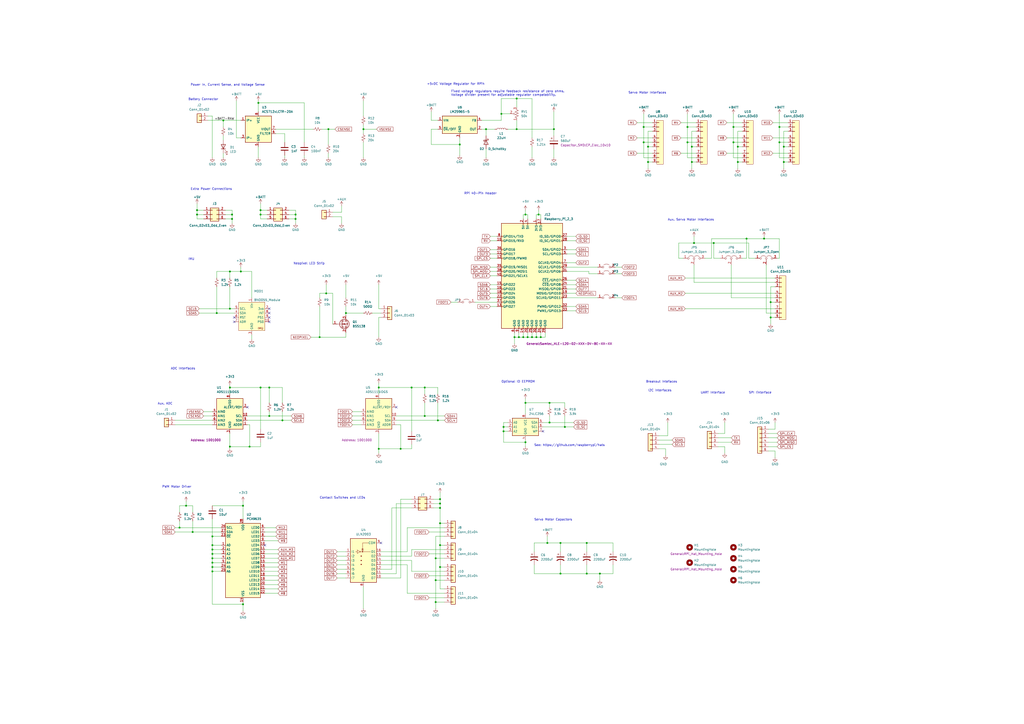
<source format=kicad_sch>
(kicad_sch (version 20211123) (generator eeschema)
  (paper "A2")
  (junction (at 281.94 74.93))
  (junction (at 123.19 323.85))
  (junction (at 318.77 233.68))
  (junction (at 255.27 328.93))
  (junction (at 313.69 195.58))
  (junction (at 123.19 316.23))
  (junction (at 171.45 127))
  (junction (at 252.73 323.85))
  (junction (at 373.38 82.55))
  (junction (at 219.71 224.79))
  (junction (at 443.23 138.43))
  (junction (at 340.36 314.96))
  (junction (at 255.27 303.53))
  (junction (at 321.31 74.93))
  (junction (at 123.19 318.77))
  (junction (at 304.8 124.46))
  (junction (at 433.07 138.43))
  (junction (at 447.04 175.26))
  (junction (at 123.19 326.39))
  (junction (at 133.35 179.07))
  (junction (at 427.99 85.09))
  (junction (at 123.19 331.47))
  (junction (at 312.42 124.46))
  (junction (at 254 243.84))
  (junction (at 401.32 93.98))
  (junction (at 452.12 82.55))
  (junction (at 133.35 224.79))
  (junction (at 299.72 74.93))
  (junction (at 454.66 93.98))
  (junction (at 123.19 321.31))
  (junction (at 292.1 247.65))
  (junction (at 104.14 306.07))
  (junction (at 414.02 140.97))
  (junction (at 123.19 328.93))
  (junction (at 325.12 332.74))
  (junction (at 327.66 247.65))
  (junction (at 425.45 73.66))
  (junction (at 347.98 332.74))
  (junction (at 190.5 74.93))
  (junction (at 111.76 308.61))
  (junction (at 318.77 245.11))
  (junction (at 114.3 121.92))
  (junction (at 123.19 311.15))
  (junction (at 252.73 349.25))
  (junction (at 308.61 195.58))
  (junction (at 300.99 195.58))
  (junction (at 304.8 233.68))
  (junction (at 185.42 195.58))
  (junction (at 252.73 336.55))
  (junction (at 133.35 259.08))
  (junction (at 401.32 85.09))
  (junction (at 255.27 289.56))
  (junction (at 156.21 224.79))
  (junction (at 129.54 69.85))
  (junction (at 317.5 314.96))
  (junction (at 139.7 157.48))
  (junction (at 398.78 73.66))
  (junction (at 140.97 293.37))
  (junction (at 425.45 82.55))
  (junction (at 255.27 292.1))
  (junction (at 266.7 83.82))
  (junction (at 246.38 224.79))
  (junction (at 219.71 260.35))
  (junction (at 290.83 66.04))
  (junction (at 447.04 184.15))
  (junction (at 134.62 124.46))
  (junction (at 238.76 224.79))
  (junction (at 299.72 57.15))
  (junction (at 125.73 181.61))
  (junction (at 292.1 250.19))
  (junction (at 140.97 350.52))
  (junction (at 398.78 82.55))
  (junction (at 144.78 259.08))
  (junction (at 454.66 85.09))
  (junction (at 200.66 181.61))
  (junction (at 156.21 241.3))
  (junction (at 189.23 170.18))
  (junction (at 114.3 124.46))
  (junction (at 171.45 124.46))
  (junction (at 151.13 224.79))
  (junction (at 246.38 241.3))
  (junction (at 375.92 85.09))
  (junction (at 304.8 256.54))
  (junction (at 133.35 157.48))
  (junction (at 427.99 93.98))
  (junction (at 311.15 195.58))
  (junction (at 452.12 73.66))
  (junction (at 151.13 121.92))
  (junction (at 255.27 316.23))
  (junction (at 325.12 314.96))
  (junction (at 255.27 294.64))
  (junction (at 340.36 332.74))
  (junction (at 375.92 93.98))
  (junction (at 163.83 243.84))
  (junction (at 134.62 127))
  (junction (at 107.95 293.37))
  (junction (at 402.59 140.97))
  (junction (at 306.07 195.58))
  (junction (at 232.41 260.35))
  (junction (at 373.38 73.66))
  (junction (at 298.45 195.58))
  (junction (at 149.86 59.69))
  (junction (at 151.13 124.46))
  (junction (at 303.53 195.58))
  (junction (at 210.82 74.93))
  (no_connect (at 143.51 236.22))
  (no_connect (at 229.87 236.22))
  (no_connect (at 156.21 184.15))
  (no_connect (at 156.21 186.69))
  (no_connect (at 156.21 179.07))
  (no_connect (at 156.21 181.61))
  (no_connect (at 220.98 314.96))
  (no_connect (at 314.96 250.19))
  (no_connect (at 135.89 184.15))
  (no_connect (at 153.67 316.23))
  (no_connect (at 135.89 186.69))
  (wire (pts (xy 309.88 320.04) (xy 309.88 314.96)))
  (wire (pts (xy 149.86 85.09) (xy 149.86 91.44)))
  (wire (pts (xy 255.27 316.23) (xy 255.27 303.53)))
  (wire (pts (xy 373.38 82.55) (xy 373.38 91.44)))
  (wire (pts (xy 252.73 349.25) (xy 257.81 349.25)))
  (wire (pts (xy 298.45 195.58) (xy 300.99 195.58)))
  (wire (pts (xy 401.32 97.79) (xy 401.32 93.98)))
  (wire (pts (xy 163.83 243.84) (xy 168.91 243.84)))
  (wire (pts (xy 290.83 66.04) (xy 290.83 57.15)))
  (wire (pts (xy 140.97 349.25) (xy 140.97 350.52)))
  (wire (pts (xy 378.46 85.09) (xy 375.92 85.09)))
  (wire (pts (xy 401.32 85.09) (xy 401.32 93.98)))
  (wire (pts (xy 133.35 224.79) (xy 133.35 228.6)))
  (wire (pts (xy 311.15 124.46) (xy 312.42 124.46)))
  (wire (pts (xy 252.73 311.15) (xy 252.73 323.85)))
  (wire (pts (xy 290.83 66.04) (xy 295.91 66.04)))
  (wire (pts (xy 398.78 66.04) (xy 398.78 73.66)))
  (wire (pts (xy 394.97 80.01) (xy 403.86 80.01)))
  (wire (pts (xy 382.27 260.35) (xy 386.08 260.35)))
  (wire (pts (xy 378.46 91.44) (xy 373.38 91.44)))
  (wire (pts (xy 163.83 224.79) (xy 163.83 233.68)))
  (wire (pts (xy 180.34 195.58) (xy 185.42 195.58)))
  (wire (pts (xy 257.81 303.53) (xy 255.27 303.53)))
  (wire (pts (xy 219.71 224.79) (xy 219.71 228.6)))
  (wire (pts (xy 123.19 323.85) (xy 128.27 323.85)))
  (wire (pts (xy 133.35 251.46) (xy 133.35 259.08)))
  (wire (pts (xy 151.13 124.46) (xy 151.13 121.92)))
  (wire (pts (xy 452.12 82.55) (xy 452.12 91.44)))
  (wire (pts (xy 220.98 327.66) (xy 236.22 327.66)))
  (wire (pts (xy 125.73 157.48) (xy 125.73 161.29)))
  (wire (pts (xy 425.45 82.55) (xy 430.53 82.55)))
  (wire (pts (xy 284.48 172.72) (xy 288.29 172.72)))
  (wire (pts (xy 114.3 127) (xy 114.3 124.46)))
  (wire (pts (xy 123.19 326.39) (xy 128.27 326.39)))
  (wire (pts (xy 129.54 69.85) (xy 129.54 73.66)))
  (wire (pts (xy 449.58 261.62) (xy 449.58 265.43)))
  (wire (pts (xy 328.93 165.1) (xy 334.01 165.1)))
  (wire (pts (xy 118.11 238.76) (xy 123.19 238.76)))
  (wire (pts (xy 133.35 223.52) (xy 133.35 224.79)))
  (wire (pts (xy 327.66 233.68) (xy 318.77 233.68)))
  (wire (pts (xy 311.15 193.04) (xy 311.15 195.58)))
  (wire (pts (xy 394.97 71.12) (xy 403.86 71.12)))
  (wire (pts (xy 294.64 245.11) (xy 292.1 245.11)))
  (wire (pts (xy 445.77 251.46) (xy 450.85 251.46)))
  (wire (pts (xy 284.48 137.16) (xy 288.29 137.16)))
  (wire (pts (xy 144.78 259.08) (xy 151.13 259.08)))
  (wire (pts (xy 143.51 241.3) (xy 156.21 241.3)))
  (wire (pts (xy 238.76 325.12) (xy 220.98 325.12)))
  (wire (pts (xy 140.97 290.83) (xy 140.97 293.37)))
  (wire (pts (xy 430.53 76.2) (xy 427.99 76.2)))
  (wire (pts (xy 328.93 139.7) (xy 334.01 139.7)))
  (wire (pts (xy 318.77 241.3) (xy 318.77 245.11)))
  (wire (pts (xy 238.76 318.77) (xy 238.76 322.58)))
  (wire (pts (xy 420.37 259.08) (xy 420.37 262.89)))
  (wire (pts (xy 434.34 140.97) (xy 414.02 140.97)))
  (wire (pts (xy 200.66 181.61) (xy 210.82 181.61)))
  (wire (pts (xy 452.12 149.86) (xy 450.85 149.86)))
  (wire (pts (xy 292.1 256.54) (xy 304.8 256.54)))
  (wire (pts (xy 248.92 308.61) (xy 257.81 308.61)))
  (wire (pts (xy 101.6 306.07) (xy 104.14 306.07)))
  (wire (pts (xy 210.82 74.93) (xy 210.82 77.47)))
  (wire (pts (xy 403.86 76.2) (xy 401.32 76.2)))
  (wire (pts (xy 143.51 243.84) (xy 163.83 243.84)))
  (wire (pts (xy 185.42 195.58) (xy 200.66 195.58)))
  (wire (pts (xy 421.64 88.9) (xy 430.53 88.9)))
  (wire (pts (xy 308.61 195.58) (xy 311.15 195.58)))
  (wire (pts (xy 257.81 306.07) (xy 236.22 306.07)))
  (wire (pts (xy 238.76 257.81) (xy 238.76 260.35)))
  (wire (pts (xy 318.77 245.11) (xy 332.74 245.11)))
  (wire (pts (xy 327.66 236.22) (xy 327.66 233.68)))
  (wire (pts (xy 424.18 153.67) (xy 424.18 172.72)))
  (wire (pts (xy 130.81 121.92) (xy 134.62 121.92)))
  (wire (pts (xy 281.94 74.93) (xy 287.02 74.93)))
  (wire (pts (xy 311.15 127) (xy 311.15 124.46)))
  (wire (pts (xy 219.71 251.46) (xy 219.71 260.35)))
  (wire (pts (xy 356.87 158.75) (xy 360.68 158.75)))
  (wire (pts (xy 300.99 193.04) (xy 300.99 195.58)))
  (wire (pts (xy 248.92 346.71) (xy 257.81 346.71)))
  (wire (pts (xy 341.63 158.75) (xy 346.71 158.75)))
  (wire (pts (xy 434.34 149.86) (xy 438.15 149.86)))
  (wire (pts (xy 316.23 195.58) (xy 316.23 193.04)))
  (wire (pts (xy 129.54 69.85) (xy 139.7 69.85)))
  (wire (pts (xy 408.94 149.86) (xy 412.75 149.86)))
  (wire (pts (xy 255.27 289.56) (xy 255.27 292.1)))
  (wire (pts (xy 149.86 58.42) (xy 149.86 59.69)))
  (wire (pts (xy 427.99 85.09) (xy 427.99 93.98)))
  (wire (pts (xy 328.93 170.18) (xy 334.01 170.18)))
  (wire (pts (xy 457.2 85.09) (xy 454.66 85.09)))
  (wire (pts (xy 153.67 321.31) (xy 161.29 321.31)))
  (wire (pts (xy 325.12 314.96) (xy 340.36 314.96)))
  (wire (pts (xy 312.42 121.92) (xy 312.42 124.46)))
  (wire (pts (xy 163.83 238.76) (xy 163.83 243.84)))
  (wire (pts (xy 195.58 320.04) (xy 200.66 320.04)))
  (wire (pts (xy 347.98 332.74) (xy 347.98 336.55)))
  (wire (pts (xy 457.2 91.44) (xy 452.12 91.44)))
  (wire (pts (xy 284.48 177.8) (xy 288.29 177.8)))
  (wire (pts (xy 252.73 336.55) (xy 252.73 349.25)))
  (wire (pts (xy 328.93 172.72) (xy 346.71 172.72)))
  (wire (pts (xy 219.71 224.79) (xy 238.76 224.79)))
  (wire (pts (xy 154.94 124.46) (xy 151.13 124.46)))
  (wire (pts (xy 195.58 327.66) (xy 200.66 327.66)))
  (wire (pts (xy 200.66 193.04) (xy 200.66 195.58)))
  (wire (pts (xy 140.97 293.37) (xy 123.19 293.37)))
  (wire (pts (xy 229.87 332.74) (xy 220.98 332.74)))
  (wire (pts (xy 284.48 149.86) (xy 288.29 149.86)))
  (wire (pts (xy 120.65 69.85) (xy 129.54 69.85)))
  (wire (pts (xy 325.12 320.04) (xy 325.12 314.96)))
  (wire (pts (xy 186.69 74.93) (xy 190.5 74.93)))
  (wire (pts (xy 193.04 125.73) (xy 198.12 125.73)))
  (wire (pts (xy 156.21 241.3) (xy 168.91 241.3)))
  (wire (pts (xy 304.8 231.14) (xy 304.8 233.68)))
  (wire (pts (xy 356.87 154.94) (xy 360.68 154.94)))
  (wire (pts (xy 238.76 292.1) (xy 229.87 292.1)))
  (wire (pts (xy 284.48 165.1) (xy 288.29 165.1)))
  (wire (pts (xy 414.02 149.86) (xy 414.02 140.97)))
  (wire (pts (xy 430.53 91.44) (xy 425.45 91.44)))
  (wire (pts (xy 257.81 331.47) (xy 238.76 331.47)))
  (wire (pts (xy 452.12 66.04) (xy 452.12 73.66)))
  (wire (pts (xy 167.64 121.92) (xy 171.45 121.92)))
  (wire (pts (xy 303.53 127) (xy 303.53 124.46)))
  (wire (pts (xy 373.38 73.66) (xy 373.38 82.55)))
  (wire (pts (xy 153.67 331.47) (xy 161.29 331.47)))
  (wire (pts (xy 340.36 314.96) (xy 340.36 320.04)))
  (wire (pts (xy 153.67 334.01) (xy 161.29 334.01)))
  (wire (pts (xy 369.57 88.9) (xy 378.46 88.9)))
  (wire (pts (xy 238.76 250.19) (xy 238.76 224.79)))
  (wire (pts (xy 308.61 85.09) (xy 308.61 91.44)))
  (wire (pts (xy 447.04 166.37) (xy 447.04 175.26)))
  (wire (pts (xy 430.53 149.86) (xy 433.07 149.86)))
  (wire (pts (xy 294.64 74.93) (xy 299.72 74.93)))
  (wire (pts (xy 328.93 167.64) (xy 334.01 167.64)))
  (wire (pts (xy 255.27 294.64) (xy 255.27 303.53)))
  (wire (pts (xy 403.86 85.09) (xy 401.32 85.09)))
  (wire (pts (xy 356.87 172.72) (xy 360.68 172.72)))
  (wire (pts (xy 257.81 318.77) (xy 238.76 318.77)))
  (wire (pts (xy 220.98 184.15) (xy 219.71 184.15)))
  (wire (pts (xy 430.53 85.09) (xy 427.99 85.09)))
  (wire (pts (xy 185.42 177.8) (xy 185.42 195.58)))
  (wire (pts (xy 229.87 292.1) (xy 229.87 332.74)))
  (wire (pts (xy 229.87 243.84) (xy 254 243.84)))
  (wire (pts (xy 340.36 332.74) (xy 347.98 332.74)))
  (wire (pts (xy 309.88 314.96) (xy 317.5 314.96)))
  (wire (pts (xy 165.1 90.17) (xy 165.1 91.44)))
  (wire (pts (xy 111.76 293.37) (xy 111.76 297.18)))
  (wire (pts (xy 303.53 124.46) (xy 304.8 124.46)))
  (wire (pts (xy 304.8 256.54) (xy 304.8 259.08)))
  (wire (pts (xy 246.38 233.68) (xy 246.38 241.3)))
  (wire (pts (xy 123.19 316.23) (xy 123.19 318.77)))
  (wire (pts (xy 313.69 195.58) (xy 316.23 195.58)))
  (wire (pts (xy 156.21 224.79) (xy 156.21 233.68)))
  (wire (pts (xy 254 233.68) (xy 254 243.84)))
  (wire (pts (xy 255.27 341.63) (xy 255.27 328.93)))
  (wire (pts (xy 382.27 255.27) (xy 389.89 255.27)))
  (wire (pts (xy 160.02 74.93) (xy 181.61 74.93)))
  (wire (pts (xy 139.7 157.48) (xy 146.05 157.48)))
  (wire (pts (xy 160.02 77.47) (xy 165.1 77.47)))
  (wire (pts (xy 254 243.84) (xy 257.81 243.84)))
  (wire (pts (xy 275.59 175.26) (xy 288.29 175.26)))
  (wire (pts (xy 219.71 184.15) (xy 219.71 195.58)))
  (wire (pts (xy 454.66 76.2) (xy 454.66 85.09)))
  (wire (pts (xy 167.64 124.46) (xy 171.45 124.46)))
  (wire (pts (xy 299.72 57.15) (xy 299.72 62.23)))
  (wire (pts (xy 448.31 88.9) (xy 457.2 88.9)))
  (wire (pts (xy 373.38 73.66) (xy 378.46 73.66)))
  (wire (pts (xy 190.5 74.93) (xy 194.31 74.93)))
  (wire (pts (xy 397.51 179.07) (xy 449.58 179.07)))
  (wire (pts (xy 402.59 140.97) (xy 402.59 137.16)))
  (wire (pts (xy 232.41 246.38) (xy 232.41 260.35)))
  (wire (pts (xy 314.96 247.65) (xy 327.66 247.65)))
  (wire (pts (xy 414.02 140.97) (xy 402.59 140.97)))
  (wire (pts (xy 393.7 149.86) (xy 393.7 140.97)))
  (wire (pts (xy 427.99 93.98) (xy 430.53 93.98)))
  (wire (pts (xy 153.67 328.93) (xy 161.29 328.93)))
  (wire (pts (xy 252.73 323.85) (xy 252.73 336.55)))
  (wire (pts (xy 447.04 175.26) (xy 447.04 184.15)))
  (wire (pts (xy 140.97 293.37) (xy 140.97 300.99)))
  (wire (pts (xy 210.82 340.36) (xy 210.82 353.06)))
  (wire (pts (xy 153.67 311.15) (xy 160.02 311.15)))
  (wire (pts (xy 111.76 302.26) (xy 111.76 308.61)))
  (wire (pts (xy 130.81 124.46) (xy 134.62 124.46)))
  (wire (pts (xy 427.99 97.79) (xy 427.99 93.98)))
  (wire (pts (xy 313.69 193.04) (xy 313.69 195.58)))
  (wire (pts (xy 321.31 86.36) (xy 321.31 91.44)))
  (wire (pts (xy 204.47 243.84) (xy 209.55 243.84)))
  (wire (pts (xy 151.13 127) (xy 151.13 124.46)))
  (wire (pts (xy 204.47 246.38) (xy 209.55 246.38)))
  (wire (pts (xy 412.75 138.43) (xy 433.07 138.43)))
  (wire (pts (xy 416.56 254) (xy 424.18 254)))
  (wire (pts (xy 452.12 138.43) (xy 452.12 149.86)))
  (wire (pts (xy 123.19 326.39) (xy 123.19 328.93)))
  (wire (pts (xy 195.58 325.12) (xy 200.66 325.12)))
  (wire (pts (xy 298.45 193.04) (xy 298.45 195.58)))
  (wire (pts (xy 420.37 259.08) (xy 416.56 259.08)))
  (wire (pts (xy 151.13 224.79) (xy 156.21 224.79)))
  (wire (pts (xy 341.63 157.48) (xy 341.63 158.75)))
  (wire (pts (xy 402.59 153.67) (xy 402.59 163.83)))
  (wire (pts (xy 328.93 180.34) (xy 334.01 180.34)))
  (wire (pts (xy 292.1 247.65) (xy 294.64 247.65)))
  (wire (pts (xy 397.51 161.29) (xy 449.58 161.29)))
  (wire (pts (xy 328.93 157.48) (xy 341.63 157.48)))
  (wire (pts (xy 311.15 195.58) (xy 313.69 195.58)))
  (wire (pts (xy 401.32 76.2) (xy 401.32 85.09)))
  (wire (pts (xy 111.76 308.61) (xy 128.27 308.61)))
  (wire (pts (xy 143.51 246.38) (xy 144.78 246.38)))
  (wire (pts (xy 189.23 170.18) (xy 193.04 170.18)))
  (wire (pts (xy 284.48 147.32) (xy 288.29 147.32)))
  (wire (pts (xy 125.73 181.61) (xy 135.89 181.61)))
  (wire (pts (xy 284.48 154.94) (xy 288.29 154.94)))
  (wire (pts (xy 252.73 311.15) (xy 257.81 311.15)))
  (wire (pts (xy 420.37 251.46) (xy 416.56 251.46)))
  (wire (pts (xy 123.19 316.23) (xy 128.27 316.23)))
  (wire (pts (xy 123.19 318.77) (xy 123.19 321.31)))
  (wire (pts (xy 251.46 292.1) (xy 255.27 292.1)))
  (wire (pts (xy 398.78 73.66) (xy 398.78 82.55)))
  (wire (pts (xy 255.27 285.75) (xy 255.27 289.56)))
  (wire (pts (xy 444.5 181.61) (xy 449.58 181.61)))
  (wire (pts (xy 318.77 236.22) (xy 318.77 233.68)))
  (wire (pts (xy 424.18 172.72) (xy 449.58 172.72)))
  (wire (pts (xy 153.67 326.39) (xy 161.29 326.39)))
  (wire (pts (xy 402.59 140.97) (xy 393.7 140.97)))
  (wire (pts (xy 153.67 318.77) (xy 161.29 318.77)))
  (wire (pts (xy 251.46 289.56) (xy 255.27 289.56)))
  (wire (pts (xy 279.4 69.85) (xy 290.83 69.85)))
  (wire (pts (xy 454.66 97.79) (xy 454.66 93.98)))
  (wire (pts (xy 204.47 241.3) (xy 209.55 241.3)))
  (wire (pts (xy 375.92 76.2) (xy 375.92 85.09)))
  (wire (pts (xy 151.13 121.92) (xy 154.94 121.92)))
  (wire (pts (xy 123.19 311.15) (xy 128.27 311.15)))
  (wire (pts (xy 153.67 323.85) (xy 161.29 323.85)))
  (wire (pts (xy 227.33 330.2) (xy 227.33 294.64)))
  (wire (pts (xy 140.97 350.52) (xy 140.97 354.33)))
  (wire (pts (xy 281.94 86.36) (xy 281.94 91.44)))
  (wire (pts (xy 252.73 323.85) (xy 257.81 323.85)))
  (wire (pts (xy 396.24 149.86) (xy 393.7 149.86)))
  (wire (pts (xy 375.92 93.98) (xy 378.46 93.98)))
  (wire (pts (xy 125.73 157.48) (xy 133.35 157.48)))
  (wire (pts (xy 434.34 149.86) (xy 434.34 140.97)))
  (wire (pts (xy 306.07 195.58) (xy 308.61 195.58)))
  (wire (pts (xy 447.04 187.96) (xy 447.04 184.15)))
  (wire (pts (xy 298.45 195.58) (xy 298.45 199.39)))
  (wire (pts (xy 248.92 321.31) (xy 257.81 321.31)))
  (wire (pts (xy 321.31 74.93) (xy 321.31 78.74)))
  (wire (pts (xy 171.45 121.92) (xy 171.45 124.46)))
  (wire (pts (xy 125.73 166.37) (xy 125.73 181.61)))
  (wire (pts (xy 433.07 138.43) (xy 443.23 138.43)))
  (wire (pts (xy 156.21 238.76) (xy 156.21 241.3)))
  (wire (pts (xy 327.66 247.65) (xy 332.74 247.65)))
  (wire (pts (xy 325.12 332.74) (xy 340.36 332.74)))
  (wire (pts (xy 447.04 184.15) (xy 449.58 184.15)))
  (wire (pts (xy 328.93 152.4) (xy 334.01 152.4)))
  (wire (pts (xy 445.77 261.62) (xy 449.58 261.62)))
  (wire (pts (xy 167.64 127) (xy 171.45 127)))
  (wire (pts (xy 281.94 74.93) (xy 281.94 78.74)))
  (wire (pts (xy 153.67 336.55) (xy 161.29 336.55)))
  (wire (pts (xy 452.12 73.66) (xy 452.12 82.55)))
  (wire (pts (xy 252.73 349.25) (xy 252.73 353.06)))
  (wire (pts (xy 104.14 306.07) (xy 128.27 306.07)))
  (wire (pts (xy 373.38 82.55) (xy 378.46 82.55)))
  (wire (pts (xy 255.27 292.1) (xy 255.27 294.64)))
  (wire (pts (xy 123.19 300.99) (xy 123.19 311.15)))
  (wire (pts (xy 165.1 77.47) (xy 165.1 82.55)))
  (wire (pts (xy 137.16 80.01) (xy 137.16 58.42)))
  (wire (pts (xy 284.48 170.18) (xy 288.29 170.18)))
  (wire (pts (xy 448.31 71.12) (xy 457.2 71.12)))
  (wire (pts (xy 123.19 311.15) (xy 123.19 316.23)))
  (wire (pts (xy 427.99 76.2) (xy 427.99 85.09)))
  (wire (pts (xy 246.38 224.79) (xy 246.38 228.6)))
  (wire (pts (xy 328.93 137.16) (xy 334.01 137.16)))
  (wire (pts (xy 449.58 248.92) (xy 445.77 248.92)))
  (wire (pts (xy 355.6 332.74) (xy 355.6 327.66)))
  (wire (pts (xy 227.33 294.64) (xy 238.76 294.64)))
  (wire (pts (xy 314.96 245.11) (xy 318.77 245.11)))
  (wire (pts (xy 445.77 259.08) (xy 450.85 259.08)))
  (wire (pts (xy 382.27 257.81) (xy 389.89 257.81)))
  (wire (pts (xy 328.93 144.78) (xy 334.01 144.78)))
  (wire (pts (xy 355.6 314.96) (xy 355.6 320.04)))
  (wire (pts (xy 452.12 73.66) (xy 457.2 73.66)))
  (wire (pts (xy 229.87 246.38) (xy 232.41 246.38)))
  (wire (pts (xy 248.92 334.01) (xy 257.81 334.01)))
  (wire (pts (xy 118.11 241.3) (xy 123.19 241.3)))
  (wire (pts (xy 133.35 259.08) (xy 133.35 260.35)))
  (wire (pts (xy 236.22 320.04) (xy 220.98 320.04)))
  (wire (pts (xy 306.07 124.46) (xy 306.07 127)))
  (wire (pts (xy 123.19 328.93) (xy 128.27 328.93)))
  (wire (pts (xy 195.58 322.58) (xy 200.66 322.58)))
  (wire (pts (xy 210.82 72.39) (xy 210.82 74.93)))
  (wire (pts (xy 421.64 71.12) (xy 430.53 71.12)))
  (wire (pts (xy 153.67 313.69) (xy 161.29 313.69)))
  (wire (pts (xy 340.36 314.96) (xy 355.6 314.96)))
  (wire (pts (xy 394.97 88.9) (xy 403.86 88.9)))
  (wire (pts (xy 146.05 194.31) (xy 146.05 196.85)))
  (wire (pts (xy 250.19 83.82) (xy 266.7 83.82)))
  (wire (pts (xy 151.13 248.92) (xy 151.13 224.79)))
  (wire (pts (xy 412.75 149.86) (xy 412.75 138.43)))
  (wire (pts (xy 251.46 294.64) (xy 255.27 294.64)))
  (wire (pts (xy 198.12 123.19) (xy 198.12 119.38)))
  (wire (pts (xy 425.45 73.66) (xy 425.45 82.55)))
  (wire (pts (xy 317.5 311.15) (xy 317.5 314.96)))
  (wire (pts (xy 403.86 91.44) (xy 398.78 91.44)))
  (wire (pts (xy 304.8 121.92) (xy 304.8 124.46)))
  (wire (pts (xy 421.64 80.01) (xy 430.53 80.01)))
  (wire (pts (xy 387.35 245.11) (xy 387.35 252.73)))
  (wire (pts (xy 104.14 293.37) (xy 107.95 293.37)))
  (wire (pts (xy 129.54 88.9) (xy 129.54 91.44)))
  (wire (pts (xy 304.8 233.68) (xy 318.77 233.68)))
  (wire (pts (xy 195.58 330.2) (xy 200.66 330.2)))
  (wire (pts (xy 299.72 74.93) (xy 321.31 74.93)))
  (wire (pts (xy 114.3 124.46) (xy 114.3 121.92)))
  (wire (pts (xy 154.94 127) (xy 151.13 127)))
  (wire (pts (xy 133.35 157.48) (xy 133.35 161.29)))
  (wire (pts (xy 190.5 74.93) (xy 190.5 83.82)))
  (wire (pts (xy 402.59 163.83) (xy 449.58 163.83)))
  (wire (pts (xy 123.19 331.47) (xy 128.27 331.47)))
  (wire (pts (xy 449.58 166.37) (xy 447.04 166.37)))
  (wire (pts (xy 425.45 82.55) (xy 425.45 91.44)))
  (wire (pts (xy 133.35 157.48) (xy 139.7 157.48)))
  (wire (pts (xy 398.78 73.66) (xy 403.86 73.66)))
  (wire (pts (xy 123.19 321.31) (xy 123.19 323.85)))
  (wire (pts (xy 373.38 66.04) (xy 373.38 73.66)))
  (wire (pts (xy 452.12 82.55) (xy 457.2 82.55)))
  (wire (pts (xy 292.1 250.19) (xy 292.1 256.54)))
  (wire (pts (xy 204.47 238.76) (xy 209.55 238.76)))
  (wire (pts (xy 457.2 76.2) (xy 454.66 76.2)))
  (wire (pts (xy 369.57 71.12) (xy 378.46 71.12)))
  (wire (pts (xy 118.11 127) (xy 114.3 127)))
  (wire (pts (xy 303.53 195.58) (xy 306.07 195.58)))
  (wire (pts (xy 149.86 59.69) (xy 149.86 64.77)))
  (wire (pts (xy 133.35 224.79) (xy 151.13 224.79)))
  (wire (pts (xy 250.19 64.77) (xy 250.19 69.85)))
  (wire (pts (xy 340.36 332.74) (xy 340.36 327.66)))
  (wire (pts (xy 257.81 344.17) (xy 236.22 344.17)))
  (wire (pts (xy 328.93 147.32) (xy 334.01 147.32)))
  (wire (pts (xy 153.67 306.07) (xy 160.02 306.07)))
  (wire (pts (xy 420.37 245.11) (xy 420.37 251.46)))
  (wire (pts (xy 171.45 124.46) (xy 171.45 127)))
  (wire (pts (xy 104.14 302.26) (xy 104.14 306.07)))
  (wire (pts (xy 189.23 165.1) (xy 189.23 170.18)))
  (wire (pts (xy 118.11 124.46) (xy 114.3 124.46)))
  (wire (pts (xy 130.81 127) (xy 134.62 127)))
  (wire (pts (xy 139.7 154.94) (xy 139.7 157.48)))
  (wire (pts (xy 292.1 247.65) (xy 292.1 250.19)))
  (wire (pts (xy 193.04 187.96) (xy 193.04 170.18)))
  (wire (pts (xy 284.48 167.64) (xy 288.29 167.64)))
  (wire (pts (xy 107.95 293.37) (xy 111.76 293.37)))
  (wire (pts (xy 210.82 74.93) (xy 218.44 74.93)))
  (wire (pts (xy 306.07 193.04) (xy 306.07 195.58)))
  (wire (pts (xy 257.81 341.63) (xy 255.27 341.63)))
  (wire (pts (xy 250.19 74.93) (xy 250.19 83.82)))
  (wire (pts (xy 200.66 165.1) (xy 200.66 172.72)))
  (wire (pts (xy 449.58 175.26) (xy 447.04 175.26)))
  (wire (pts (xy 433.07 149.86) (xy 433.07 138.43)))
  (wire (pts (xy 309.88 332.74) (xy 325.12 332.74)))
  (wire (pts (xy 347.98 332.74) (xy 355.6 332.74)))
  (wire (pts (xy 190.5 88.9) (xy 190.5 91.44)))
  (wire (pts (xy 153.67 341.63) (xy 161.29 341.63)))
  (wire (pts (xy 369.57 80.01) (xy 378.46 80.01)))
  (wire (pts (xy 129.54 78.74) (xy 129.54 81.28)))
  (wire (pts (xy 279.4 74.93) (xy 281.94 74.93)))
  (wire (pts (xy 257.81 316.23) (xy 255.27 316.23)))
  (wire (pts (xy 210.82 58.42) (xy 210.82 67.31)))
  (wire (pts (xy 149.86 59.69) (xy 176.53 59.69)))
  (wire (pts (xy 290.83 69.85) (xy 290.83 66.04)))
  (wire (pts (xy 133.35 166.37) (xy 133.35 179.07)))
  (wire (pts (xy 219.71 262.89) (xy 219.71 260.35)))
  (wire (pts (xy 417.83 149.86) (xy 414.02 149.86)))
  (wire (pts (xy 246.38 241.3) (xy 257.81 241.3)))
  (wire (pts (xy 210.82 82.55) (xy 210.82 91.44)))
  (wire (pts (xy 176.53 90.17) (xy 176.53 91.44)))
  (wire (pts (xy 171.45 127) (xy 171.45 129.54)))
  (wire (pts (xy 123.19 323.85) (xy 123.19 326.39)))
  (wire (pts (xy 445.77 256.54) (xy 450.85 256.54)))
  (wire (pts (xy 123.19 331.47) (xy 123.19 350.52)))
  (wire (pts (xy 195.58 335.28) (xy 200.66 335.28)))
  (wire (pts (xy 101.6 243.84) (xy 123.19 243.84)))
  (wire (pts (xy 236.22 344.17) (xy 236.22 327.66)))
  (wire (pts (xy 134.62 124.46) (xy 134.62 127)))
  (wire (pts (xy 144.78 246.38) (xy 144.78 259.08)))
  (wire (pts (xy 153.67 308.61) (xy 160.02 308.61)))
  (wire (pts (xy 321.31 64.77) (xy 321.31 74.93)))
  (wire (pts (xy 284.48 144.78) (xy 288.29 144.78)))
  (wire (pts (xy 255.27 328.93) (xy 255.27 316.23)))
  (wire (pts (xy 328.93 154.94) (xy 346.71 154.94)))
  (wire (pts (xy 257.81 328.93) (xy 255.27 328.93)))
  (wire (pts (xy 454.66 93.98) (xy 457.2 93.98)))
  (wire (pts (xy 104.14 293.37) (xy 104.14 297.18)))
  (wire (pts (xy 200.66 181.61) (xy 200.66 182.88)))
  (wire (pts (xy 425.45 66.04) (xy 425.45 73.66)))
  (wire (pts (xy 101.6 308.61) (xy 111.76 308.61)))
  (wire (pts (xy 299.72 57.15) (xy 308.61 57.15)))
  (wire (pts (xy 284.48 160.02) (xy 288.29 160.02)))
  (wire (pts (xy 139.7 80.01) (xy 137.16 80.01)))
  (wire (pts (xy 114.3 121.92) (xy 114.3 118.11)))
  (wire (pts (xy 375.92 97.79) (xy 375.92 93.98)))
  (wire (pts (xy 304.8 255.27) (xy 304.8 256.54)))
  (wire (pts (xy 151.13 256.54) (xy 151.13 259.08)))
  (wire (pts (xy 265.43 175.26) (xy 261.62 175.26)))
  (wire (pts (xy 378.46 76.2) (xy 375.92 76.2)))
  (wire (pts (xy 146.05 157.48) (xy 146.05 172.72)))
  (wire (pts (xy 219.71 165.1) (xy 219.71 179.07)))
  (wire (pts (xy 232.41 289.56) (xy 232.41 335.28)))
  (wire (pts (xy 153.67 339.09) (xy 161.29 339.09)))
  (wire (pts (xy 284.48 139.7) (xy 288.29 139.7)))
  (wire (pts (xy 308.61 193.04) (xy 308.61 195.58)))
  (wire (pts (xy 284.48 157.48) (xy 288.29 157.48)))
  (wire (pts (xy 254 224.79) (xy 254 228.6)))
  (wire (pts (xy 123.19 318.77) (xy 128.27 318.77)))
  (wire (pts (xy 398.78 82.55) (xy 398.78 91.44)))
  (wire (pts (xy 252.73 336.55) (xy 257.81 336.55)))
  (wire (pts (xy 219.71 179.07) (xy 220.98 179.07)))
  (wire (pts (xy 220.98 330.2) (xy 227.33 330.2)))
  (wire (pts (xy 220.98 322.58) (xy 238.76 322.58)))
  (wire (pts (xy 153.67 344.17) (xy 161.29 344.17)))
  (wire (pts (xy 185.42 170.18) (xy 185.42 172.72)))
  (wire (pts (xy 200.66 177.8) (xy 200.66 181.61)))
  (wire (pts (xy 134.62 127) (xy 134.62 129.54)))
  (wire (pts (xy 375.92 85.09) (xy 375.92 93.98)))
  (wire (pts (xy 238.76 331.47) (xy 238.76 325.12)))
  (wire (pts (xy 328.93 162.56) (xy 334.01 162.56)))
  (wire (pts (xy 416.56 256.54) (xy 424.18 256.54)))
  (wire (pts (xy 238.76 224.79) (xy 246.38 224.79)))
  (wire (pts (xy 300.99 195.58) (xy 303.53 195.58)))
  (wire (pts (xy 101.6 246.38) (xy 123.19 246.38)))
  (wire (pts (xy 238.76 289.56) (xy 232.41 289.56)))
  (wire (pts (xy 189.23 170.18) (xy 185.42 170.18)))
  (wire (pts (xy 266.7 83.82) (xy 266.7 80.01)))
  (wire (pts (xy 312.42 124.46) (xy 313.69 124.46)))
  (wire (pts (xy 134.62 121.92) (xy 134.62 124.46)))
  (wire (pts (xy 114.3 121.92) (xy 118.11 121.92)))
  (wire (pts (xy 397.51 170.18) (xy 449.58 170.18)))
  (wire (pts (xy 123.19 67.31) (xy 120.65 67.31)))
  (wire (pts (xy 299.72 69.85) (xy 299.72 74.93)))
  (wire (pts (xy 290.83 57.15) (xy 299.72 57.15)))
  (wire (pts (xy 443.23 138.43) (xy 452.12 138.43)))
  (wire (pts (xy 303.53 193.04) (xy 303.53 195.58)))
  (wire (pts (xy 193.04 123.19) (xy 198.12 123.19)))
  (wire (pts (xy 219.71 260.35) (xy 232.41 260.35)))
  (wire (pts (xy 449.58 245.11) (xy 449.58 248.92)))
  (wire (pts (xy 398.78 82.55) (xy 403.86 82.55)))
  (wire (pts (xy 246.38 224.79) (xy 254 224.79)))
  (wire (pts (xy 327.66 241.3) (xy 327.66 247.65)))
  (wire (pts (xy 219.71 222.25) (xy 219.71 224.79)))
  (wire (pts (xy 448.31 80.01) (xy 457.2 80.01)))
  (wire (pts (xy 325.12 332.74) (xy 325.12 327.66)))
  (wire (pts (xy 123.19 67.31) (xy 123.19 91.44)))
  (wire (pts (xy 445.77 254) (xy 450.85 254)))
  (wire (pts (xy 308.61 57.15) (xy 308.61 80.01)))
  (wire (pts (xy 215.9 181.61) (xy 220.98 181.61)))
  (wire (pts (xy 115.57 179.07) (xy 133.35 179.07)))
  (wire (pts (xy 304.8 233.68) (xy 304.8 240.03)))
  (wire (pts (xy 151.13 121.92) (xy 151.13 118.11)))
  (wire (pts (xy 309.88 327.66) (xy 309.88 332.74)))
  (wire (pts (xy 317.5 314.96) (xy 325.12 314.96)))
  (wire (pts (xy 266.7 83.82) (xy 266.7 90.17)))
  (wire (pts (xy 107.95 290.83) (xy 107.95 293.37)))
  (wire (pts (xy 443.23 137.16) (xy 443.23 138.43)))
  (wire (pts (xy 133.35 259.08) (xy 144.78 259.08)))
  (wire (pts (xy 454.66 85.09) (xy 454.66 93.98)))
  (wire (pts (xy 229.87 241.3) (xy 246.38 241.3)))
  (wire (pts (xy 123.19 328.93) (xy 123.19 331.47)))
  (wire (pts (xy 313.69 124.46) (xy 313.69 127)))
  (wire (pts (xy 304.8 124.46) (xy 306.07 124.46)))
  (wire (pts (xy 232.41 260.35) (xy 238.76 260.35)))
  (wire (pts (xy 386.08 260.35) (xy 386.08 264.16)))
  (wire (pts (xy 220.98 335.28) (xy 232.41 335.28)))
  (wire (pts (xy 123.19 321.31) (xy 128.27 321.31)))
  (wire (pts (xy 292.1 250.19) (xy 294.64 250.19)))
  (wire (pts (xy 387.35 252.73) (xy 382.27 252.73)))
  (wire (pts (xy 425.45 73.66) (xy 430.53 73.66)))
  (wire (pts (xy 115.57 181.61) (xy 125.73 181.61)))
  (wire (pts (xy 195.58 332.74) (xy 200.66 332.74)))
  (wire (pts (xy 292.1 245.11) (xy 292.1 247.65)))
  (wire (pts (xy 133.35 179.07) (xy 135.89 179.07)))
  (wire (pts (xy 176.53 59.69) (xy 176.53 82.55)))
  (wire (pts (xy 401.32 93.98) (xy 403.86 93.98)))
  (wire (pts (xy 254 74.93) (xy 250.19 74.93)))
  (wire (pts (xy 123.19 350.52) (xy 140.97 350.52)))
  (wire (pts (xy 328.93 177.8) (xy 334.01 177.8)))
  (wire (pts (xy 198.12 125.73) (xy 198.12 129.54)))
  (wire (pts (xy 444.5 153.67) (xy 444.5 181.61)))
  (wire (pts (xy 250.19 69.85) (xy 254 69.85)))
  (wire (pts (xy 236.22 306.07) (xy 236.22 320.04)))
  (wire (pts (xy 156.21 224.79) (xy 163.83 224.79)))
  (text "Breakout Intefaces" (at 374.65 222.25 0) (effects (font (size 1.27 1.27)) (justify left bottom)))
  (text "SPI Iinterface\n" (at 434.34 228.6 0) (effects (font (size 1.27 1.27)) (justify left bottom)))
  (text "ADC Interfaces" (at 99.06 214.63 0) (effects (font (size 1.27 1.27)) (justify left bottom)))
  (text "Extra Power Connections\n" (at 110.49 110.49 0) (effects (font (size 1.27 1.27)) (justify left bottom)))
  (text "PWM Motor Driver" (at 93.98 283.21 0) (effects (font (size 1.27 1.27)) (justify left bottom)))
  (text "Aux. ADC" (at 91.44 234.95 0) (effects (font (size 1.27 1.27)) (justify left bottom)))
  (text "+5vDC Voltage Regulator for RPi4" (at 247.65 49.53 0) (effects (font (size 1.27 1.27)) (justify left bottom)))
  (text "See: https://github.com/raspberrypi/hats" (at 309.88 259.08 0) (effects (font (size 1.27 1.27)) (justify left bottom)))
  (text "Power In, Current Sense, and Voltage Sense\n\n" (at 110.49 52.07 0) (effects (font (size 1.27 1.27)) (justify left bottom)))
  (text "Fixed voltage regulators require feedback resistance of zero ohms.\nVoltage divider present for adjustable regulator compatability." (at 261.62 55.88 0) (effects (font (size 1.27 1.27)) (justify left bottom)))
  (text "Servo Motor Capactors" (at 309.88 302.26 0) (effects (font (size 1.27 1.27)) (justify left bottom)))
  (text "UART Interface" (at 406.4 228.6 0) (effects (font (size 1.27 1.27)) (justify left bottom)))
  (text "Optional ID EEPROM" (at 290.83 222.25 0) (effects (font (size 1.27 1.27)) (justify left bottom)))
  (text "Servo Motor Interfaces" (at 364.49 54.61 0) (effects (font (size 1.27 1.27)) (justify left bottom)))
  (text "Neopixel LED Strip" (at 170.18 153.67 0) (effects (font (size 1.27 1.27)) (justify left bottom)))
  (text "Battery Connector" (at 109.22 58.42 0) (effects (font (size 1.27 1.27)) (justify left bottom)))
  (text "Aux. Servo Motor Interfaces" (at 387.35 128.27 0) (effects (font (size 1.27 1.27)) (justify left bottom)))
  (text "Contact Switches and LEDs" (at 185.42 289.56 0) (effects (font (size 1.27 1.27)) (justify left bottom)))
  (text "I2C Interfaces" (at 375.92 227.33 0) (effects (font (size 1.27 1.27)) (justify left bottom)))
  (text "IMU" (at 109.22 151.13 0) (effects (font (size 1.27 1.27)) (justify left bottom)))
  (text "RPi 40-Pin Header" (at 269.24 113.03 0) (effects (font (size 1.27 1.27)) (justify left bottom)))
  (label "+BATT-RAW" (at 124.46 69.85 0))
  (global_label "M6" (shape input) (at 161.29 339.09 0) (property "Intersheet References" "${INTERSHEET_REFS}" (effects hide)))
  (global_label "SPI_CS" (shape input) (at 450.85 259.08 0) (property "Intersheet References" "${INTERSHEET_REFS}" (effects hide)))
  (global_label "SDA5" (shape input) (at 115.57 181.61 180) (property "Intersheet References" "${INTERSHEET_REFS}" (effects hide)))
  (global_label "M7" (shape input) (at 161.29 341.63 0) (property "Intersheet References" "${INTERSHEET_REFS}" (effects hide)))
  (global_label "M2" (shape input) (at 161.29 328.93 0) (property "Intersheet References" "${INTERSHEET_REFS}" (effects hide)))
  (global_label "SDA5" (shape input) (at 334.01 177.8 0) (property "Intersheet References" "${INTERSHEET_REFS}" (effects hide)))
  (global_label "SDA6" (shape input) (at 168.91 241.3 0) (property "Intersheet References" "${INTERSHEET_REFS}" (effects hide)))
  (global_label "OUT3" (shape input) (at 284.48 147.32 180) (property "Intersheet References" "${INTERSHEET_REFS}" (effects hide)))
  (global_label "M10" (shape input) (at 448.31 71.12 180) (property "Intersheet References" "${INTERSHEET_REFS}" (effects hide)))
  (global_label "M8" (shape input) (at 161.29 344.17 0) (property "Intersheet References" "${INTERSHEET_REFS}" (effects hide)))
  (global_label "FOOT3" (shape input) (at 360.68 158.75 0) (property "Intersheet References" "${INTERSHEET_REFS}" (effects hide)))
  (global_label "M12" (shape input) (at 160.02 306.07 0) (property "Intersheet References" "${INTERSHEET_REFS}" (effects hide)))
  (global_label "M11" (shape input) (at 160.02 308.61 0) (property "Intersheet References" "${INTERSHEET_REFS}" (effects hide)))
  (global_label "FOOT1" (shape input) (at 204.47 238.76 180) (property "Intersheet References" "${INTERSHEET_REFS}" (effects hide)))
  (global_label "SCL4" (shape input) (at 334.01 162.56 0) (property "Intersheet References" "${INTERSHEET_REFS}" (effects hide)))
  (global_label "CSENSE" (shape input) (at 194.31 74.93 0) (property "Intersheet References" "${INTERSHEET_REFS}" (effects hide)))
  (global_label "RX" (shape input) (at 424.18 256.54 0) (property "Intersheet References" "${INTERSHEET_REFS}" (effects hide)))
  (global_label "SCL4" (shape input) (at 257.81 243.84 0) (property "Intersheet References" "${INTERSHEET_REFS}" (effects hide)))
  (global_label "SPI_MOSI" (shape input) (at 450.85 254 0) (property "Intersheet References" "${INTERSHEET_REFS}" (effects hide)))
  (global_label "OUT7" (shape input) (at 195.58 335.28 180) (property "Intersheet References" "${INTERSHEET_REFS}" (effects hide)))
  (global_label "M11" (shape input) (at 448.31 80.01 180) (property "Intersheet References" "${INTERSHEET_REFS}" (effects hide)))
  (global_label "FOOT3" (shape input) (at 248.92 334.01 180) (property "Intersheet References" "${INTERSHEET_REFS}" (effects hide)))
  (global_label "M4" (shape input) (at 394.97 71.12 180) (property "Intersheet References" "${INTERSHEET_REFS}" (effects hide)))
  (global_label "VSENSE" (shape input) (at 118.11 238.76 180) (property "Intersheet References" "${INTERSHEET_REFS}" (effects hide)))
  (global_label "FOOT4" (shape input) (at 204.47 246.38 180) (property "Intersheet References" "${INTERSHEET_REFS}" (effects hide)))
  (global_label "NEOPIXEL" (shape input) (at 334.01 170.18 0) (property "Intersheet References" "${INTERSHEET_REFS}" (effects hide)))
  (global_label "SDA4" (shape input) (at 257.81 241.3 0) (property "Intersheet References" "${INTERSHEET_REFS}" (effects hide)))
  (global_label "SCL1" (shape input) (at 334.01 147.32 0) (property "Intersheet References" "${INTERSHEET_REFS}" (effects hide)))
  (global_label "ID_SD" (shape input) (at 332.74 245.11 0) (property "Intersheet References" "${INTERSHEET_REFS}" (effects hide)))
  (global_label "NEOPIXEL" (shape input) (at 180.34 195.58 180) (property "Intersheet References" "${INTERSHEET_REFS}" (effects hide)))
  (global_label "OUT5" (shape input) (at 284.48 170.18 180) (property "Intersheet References" "${INTERSHEET_REFS}" (effects hide)))
  (global_label "CSENSE" (shape input) (at 118.11 241.3 180) (property "Intersheet References" "${INTERSHEET_REFS}" (effects hide)))
  (global_label "SDA5" (shape input) (at 389.89 255.27 0) (property "Intersheet References" "${INTERSHEET_REFS}" (effects hide)))
  (global_label "FOOT2" (shape input) (at 204.47 241.3 180) (property "Intersheet References" "${INTERSHEET_REFS}" (effects hide)))
  (global_label "FOOT3" (shape input) (at 204.47 243.84 180) (property "Intersheet References" "${INTERSHEET_REFS}" (effects hide)))
  (global_label "M6" (shape input) (at 394.97 88.9 180) (property "Intersheet References" "${INTERSHEET_REFS}" (effects hide)))
  (global_label "M3" (shape input) (at 369.57 88.9 180) (property "Intersheet References" "${INTERSHEET_REFS}" (effects hide)))
  (global_label "SCL6" (shape input) (at 168.91 243.84 0) (property "Intersheet References" "${INTERSHEET_REFS}" (effects hide)))
  (global_label "OUT6" (shape input) (at 195.58 332.74 180) (property "Intersheet References" "${INTERSHEET_REFS}" (effects hide)))
  (global_label "M10" (shape input) (at 160.02 311.15 0) (property "Intersheet References" "${INTERSHEET_REFS}" (effects hide)))
  (global_label "M9" (shape input) (at 161.29 313.69 0) (property "Intersheet References" "${INTERSHEET_REFS}" (effects hide)))
  (global_label "AUX_M2" (shape input) (at 397.51 170.18 180) (property "Intersheet References" "${INTERSHEET_REFS}" (effects hide)))
  (global_label "OUT3" (shape input) (at 195.58 325.12 180) (property "Intersheet References" "${INTERSHEET_REFS}" (effects hide)))
  (global_label "SDA6" (shape input) (at 284.48 165.1 180) (property "Intersheet References" "${INTERSHEET_REFS}" (effects hide)))
  (global_label "SCL5" (shape input) (at 334.01 180.34 0) (property "Intersheet References" "${INTERSHEET_REFS}" (effects hide)))
  (global_label "AUX_M3" (shape input) (at 161.29 318.77 0) (property "Intersheet References" "${INTERSHEET_REFS}" (effects hide)))
  (global_label "SCL1" (shape input) (at 101.6 306.07 180) (property "Intersheet References" "${INTERSHEET_REFS}" (effects hide)))
  (global_label "FOOT1" (shape input) (at 261.62 175.26 180) (property "Intersheet References" "${INTERSHEET_REFS}" (effects hide)))
  (global_label "ID_SC" (shape input) (at 332.74 247.65 0) (property "Intersheet References" "${INTERSHEET_REFS}" (effects hide)))
  (global_label "AUX_M1" (shape input) (at 397.51 161.29 180) (property "Intersheet References" "${INTERSHEET_REFS}" (effects hide)))
  (global_label "ID_SD" (shape input) (at 334.01 137.16 0) (property "Intersheet References" "${INTERSHEET_REFS}" (effects hide)))
  (global_label "SPI_CLK" (shape input) (at 284.48 160.02 180) (property "Intersheet References" "${INTERSHEET_REFS}" (effects hide)))
  (global_label "OUT6" (shape input) (at 284.48 172.72 180) (property "Intersheet References" "${INTERSHEET_REFS}" (effects hide)))
  (global_label "SCL5" (shape input) (at 389.89 257.81 0) (property "Intersheet References" "${INTERSHEET_REFS}" (effects hide)))
  (global_label "M5" (shape input) (at 394.97 80.01 180) (property "Intersheet References" "${INTERSHEET_REFS}" (effects hide)))
  (global_label "M7" (shape input) (at 421.64 71.12 180) (property "Intersheet References" "${INTERSHEET_REFS}" (effects hide)))
  (global_label "SPI_MOSI" (shape input) (at 284.48 157.48 180) (property "Intersheet References" "${INTERSHEET_REFS}" (effects hide)))
  (global_label "M9" (shape input) (at 421.64 88.9 180) (property "Intersheet References" "${INTERSHEET_REFS}" (effects hide)))
  (global_label "SPI_MISO" (shape input) (at 284.48 154.94 180) (property "Intersheet References" "${INTERSHEET_REFS}" (effects hide)))
  (global_label "SCL6" (shape input) (at 284.48 167.64 180) (property "Intersheet References" "${INTERSHEET_REFS}" (effects hide)))
  (global_label "OUT7" (shape input) (at 334.01 167.64 0) (property "Intersheet References" "${INTERSHEET_REFS}" (effects hide)))
  (global_label "SDA1" (shape input) (at 101.6 308.61 180) (property "Intersheet References" "${INTERSHEET_REFS}" (effects hide)))
  (global_label "FOOT2" (shape input) (at 360.68 154.94 0) (property "Intersheet References" "${INTERSHEET_REFS}" (effects hide)))
  (global_label "SDA4" (shape input) (at 334.01 165.1 0) (property "Intersheet References" "${INTERSHEET_REFS}" (effects hide)))
  (global_label "M12" (shape input) (at 448.31 88.9 180) (property "Intersheet References" "${INTERSHEET_REFS}" (effects hide)))
  (global_label "AUX_M3" (shape input) (at 397.51 179.07 180) (property "Intersheet References" "${INTERSHEET_REFS}" (effects hide)))
  (global_label "M8" (shape input) (at 421.64 80.01 180) (property "Intersheet References" "${INTERSHEET_REFS}" (effects hide)))
  (global_label "OUT5" (shape input) (at 195.58 330.2 180) (property "Intersheet References" "${INTERSHEET_REFS}" (effects hide)))
  (global_label "AUX_M2" (shape input) (at 161.29 321.31 0) (property "Intersheet References" "${INTERSHEET_REFS}" (effects hide)))
  (global_label "OUT1" (shape input) (at 195.58 320.04 180) (property "Intersheet References" "${INTERSHEET_REFS}" (effects hide)))
  (global_label "AUX_M1" (shape input) (at 161.29 323.85 0) (property "Intersheet References" "${INTERSHEET_REFS}" (effects hide)))
  (global_label "OUT1" (shape input) (at 284.48 144.78 180) (property "Intersheet References" "${INTERSHEET_REFS}" (effects hide)))
  (global_label "M5" (shape input) (at 161.29 336.55 0) (property "Intersheet References" "${INTERSHEET_REFS}" (effects hide)))
  (global_label "RX" (shape input) (at 284.48 139.7 180) (property "Intersheet References" "${INTERSHEET_REFS}" (effects hide)))
  (global_label "SDA1" (shape input) (at 334.01 144.78 0) (property "Intersheet References" "${INTERSHEET_REFS}" (effects hide)))
  (global_label "SPI_CLK" (shape input) (at 450.85 251.46 0) (property "Intersheet References" "${INTERSHEET_REFS}" (effects hide)))
  (global_label "SPI_MISO" (shape input) (at 450.85 256.54 0) (property "Intersheet References" "${INTERSHEET_REFS}" (effects hide)))
  (global_label "OUT4" (shape input) (at 284.48 177.8 180) (property "Intersheet References" "${INTERSHEET_REFS}" (effects hide)))
  (global_label "TX" (shape input) (at 284.48 137.16 180) (property "Intersheet References" "${INTERSHEET_REFS}" (effects hide)))
  (global_label "M4" (shape input) (at 161.29 334.01 0) (property "Intersheet References" "${INTERSHEET_REFS}" (effects hide)))
  (global_label "OUT2" (shape input) (at 195.58 322.58 180) (property "Intersheet References" "${INTERSHEET_REFS}" (effects hide)))
  (global_label "M1" (shape input) (at 369.57 71.12 180) (property "Intersheet References" "${INTERSHEET_REFS}" (effects hide)))
  (global_label "ID_SC" (shape input) (at 334.01 139.7 0) (property "Intersheet References" "${INTERSHEET_REFS}" (effects hide)))
  (global_label "M2" (shape input) (at 369.57 80.01 180) (property "Intersheet References" "${INTERSHEET_REFS}" (effects hide)))
  (global_label "VSENSE" (shape input) (at 218.44 74.93 0) (property "Intersheet References" "${INTERSHEET_REFS}" (effects hide)))
  (global_label "SCL5" (shape input) (at 115.57 179.07 180) (property "Intersheet References" "${INTERSHEET_REFS}" (effects hide)))
  (global_label "FOOT4" (shape input) (at 360.68 172.72 0) (property "Intersheet References" "${INTERSHEET_REFS}" (effects hide)))
  (global_label "TX" (shape input) (at 424.18 254 0) (property "Intersheet References" "${INTERSHEET_REFS}" (effects hide)))
  (global_label "FOOT2" (shape input) (at 248.92 321.31 180) (property "Intersheet References" "${INTERSHEET_REFS}" (effects hide)))
  (global_label "FOOT4" (shape input) (at 248.92 346.71 180) (property "Intersheet References" "${INTERSHEET_REFS}" (effects hide)))
  (global_label "OUT4" (shape input) (at 195.58 327.66 180) (property "Intersheet References" "${INTERSHEET_REFS}" (effects hide)))
  (global_label "M1" (shape input) (at 161.29 326.39 0) (property "Intersheet References" "${INTERSHEET_REFS}" (effects hide)))
  (global_label "FOOT1" (shape input) (at 248.92 308.61 180) (property "Intersheet References" "${INTERSHEET_REFS}" (effects hide)))
  (global_label "OUT2" (shape input) (at 334.01 152.4 0) (property "Intersheet References" "${INTERSHEET_REFS}" (effects hide)))
  (global_label "SPI_CS" (shape input) (at 284.48 149.86 180) (property "Intersheet References" "${INTERSHEET_REFS}" (effects hide)))
  (global_label "M3" (shape input) (at 161.29 331.47 0) (property "Intersheet References" "${INTERSHEET_REFS}" (effects hide)))
  (symbol (lib_id "Mechanical:MountingHole") (at 400.05 326.39 0) (unit 1)
    (property "Reference" "H2" (at 402.59 325.1199 0) (effects (justify left)))
    (property "Value" "MountingHole" (at 402.59 327.6599 0) (effects (justify left)))
    (property "Footprint" "General:RPi_Hat_Mounting_Hole" (at 403.86 330.2 0))
  )
  (symbol (lib_id "Connector_Generic:Conn_02x03_Odd_Even") (at 123.19 124.46 0) (unit 1)
    (property "Reference" "J3" (at 124.46 118.11 0))
    (property "Value" "Conn_02x03_Odd_Even" (at 120.65 130.81 0))
    (property "Footprint" "Connector_PinHeader_2.54mm:PinHeader_2x03_P2.54mm_Vertical" (effects hide))
  )
  (symbol (lib_id "power:+5V") (at 210.82 58.42 0) (unit 1)
    (property "Reference" "#PWR024" (effects hide))
    (property "Value" "+5V" (at 210.82 54.61 0))
  )
  (symbol (lib_id "power:+5V") (at 321.31 64.77 0) (unit 1)
    (property "Reference" "#PWR043" (effects hide))
    (property "Value" "+5V" (at 321.31 60.96 0))
  )
  (symbol (lib_id "Device:C") (at 123.19 297.18 0) (unit 1)
    (property "Reference" "C1" (at 127 295.9099 0) (effects (justify left)))
    (property "Value" "10uF" (at 127 298.4499 0) (effects (justify left)))
    (property "Footprint" "Capacitor_SMD:C_0805_2012Metric" (effects hide))
  )
  (symbol (lib_id "power:+3V3") (at 107.95 290.83 0) (unit 1)
    (property "Reference" "#PWR01" (effects hide))
    (property "Value" "+3V3" (at 107.95 285.75 0))
  )
  (symbol (lib_id "power:+3V3") (at 219.71 222.25 0) (unit 1)
    (property "Reference" "#PWR029" (effects hide))
    (property "Value" "+3V3" (at 219.71 217.17 0))
  )
  (symbol (lib_id "power:GND") (at 198.12 129.54 0) (unit 1)
    (property "Reference" "#PWR022" (effects hide))
    (property "Value" "GND" (at 198.12 133.35 0))
  )
  (symbol (lib_id "Transistor_Array:ULN2003") (at 210.82 325.12 0) (unit 1)
    (property "Reference" "U4" (at 210.82 307.34 0))
    (property "Value" "ULN2003" (at 210.82 309.88 0))
    (property "Footprint" "Package_SO:SOIC-16_3.9x9.9mm_P1.27mm" (effects hide))
    (property "Datasheet" "http://www.ti.com/lit/ds/symlink/uln2003a.pdf" (effects hide))
  )
  (symbol (lib_id "power:GND") (at 123.19 91.44 0) (unit 1)
    (property "Reference" "#PWR03" (effects hide))
    (property "Value" "GND" (at 123.19 95.25 0))
  )
  (symbol (lib_id "power:+3V3") (at 255.27 285.75 0) (unit 1)
    (property "Reference" "#PWR033" (effects hide))
    (property "Value" "+3V3" (at 255.27 280.67 0))
  )
  (symbol (lib_id "power:GND") (at 454.66 97.79 0) (unit 1)
    (property "Reference" "#PWR062" (effects hide))
    (property "Value" "GND" (at 454.66 101.6 0))
  )
  (symbol (lib_id "Device:R_Small_US") (at 125.73 163.83 0) (unit 1)
    (property "Reference" "R3" (at 128.27 162.5599 0) (effects (justify left)))
    (property "Value" "1.2k" (at 128.27 165.0999 0) (effects (justify left)))
    (property "Footprint" "Resistor_SMD:R_0805_2012Metric" (effects hide))
  )
  (symbol (lib_id "power:+3.3V") (at 420.37 245.11 0) (unit 1)
    (property "Reference" "#PWR053" (effects hide))
    (property "Value" "+3.3V" (at 420.37 240.03 0))
  )
  (symbol (lib_id "Connector_Generic:Conn_01x04") (at 262.89 331.47 0) (unit 1)
    (property "Reference" "J10" (at 265.43 331.4699 0) (effects (justify left)))
    (property "Value" "Conn_01x04" (at 265.43 334.0099 0) (effects (justify left)))
    (property "Footprint" "Connector_PinHeader_2.54mm:PinHeader_1x04_P2.54mm_Vertical" (effects hide))
  )
  (symbol (lib_id "Device:C") (at 238.76 254 0) (unit 1)
    (property "Reference" "C5" (at 241.3 252.7299 0) (effects (justify left)))
    (property "Value" "1uF" (at 241.3 255.2699 0) (effects (justify left)))
    (property "Footprint" "Capacitor_SMD:C_0805_2012Metric" (effects hide))
  )
  (symbol (lib_id "Jumper:Jumper_2_Open") (at 351.79 154.94 0) (unit 1)
    (property "Reference" "JP2" (at 356.87 153.67 0))
    (property "Value" "Jumper_2_Open" (effects hide))
    (property "Footprint" "Jumper:SolderJumper-2_P1.3mm_Open_Pad1.0x1.5mm" (effects hide))
  )
  (symbol (lib_id "Connector_Generic:Conn_02x03_Odd_Even") (at 160.02 124.46 0) (unit 1)
    (property "Reference" "J4" (at 161.29 118.11 0))
    (property "Value" "Conn_02x03_Odd_Even" (at 157.48 130.81 0))
    (property "Footprint" "Connector_PinHeader_2.54mm:PinHeader_2x03_P2.54mm_Vertical" (effects hide))
  )
  (symbol (lib_id "power:GND") (at 308.61 91.44 0) (mirror y) (unit 1)
    (property "Reference" "#PWR040" (effects hide))
    (property "Value" "GND" (at 308.61 95.25 0))
  )
  (symbol (lib_id "Mechanical:MountingHole") (at 425.45 317.5 0) (unit 1)
    (property "Reference" "H3" (at 427.99 316.2299 0) (effects (justify left)))
    (property "Value" "MountingHole" (at 427.99 318.7699 0) (effects (justify left)))
    (property "Footprint" "General:RPi_Hat_Mounting_Hole" (effects hide))
  )
  (symbol (lib_id "power:GND") (at 219.71 262.89 0) (unit 1)
    (property "Reference" "#PWR030" (effects hide))
    (property "Value" "GND" (at 219.71 267.97 0))
  )
  (symbol (lib_id "power:GND") (at 165.1 91.44 0) (unit 1)
    (property "Reference" "#PWR016" (effects hide))
    (property "Value" "GND" (at 165.1 95.25 0))
  )
  (symbol (lib_id "Connector_Generic:Conn_01x04") (at 262.89 344.17 0) (unit 1)
    (property "Reference" "J11" (at 265.43 344.1699 0) (effects (justify left)))
    (property "Value" "Conn_01x04" (at 265.43 346.7099 0) (effects (justify left)))
    (property "Footprint" "Connector_PinHeader_2.54mm:PinHeader_1x04_P2.54mm_Vertical" (effects hide))
  )
  (symbol (lib_id "Connector_Generic:Conn_01x04") (at 377.19 255.27 0) (mirror y) (unit 1)
    (property "Reference" "J13" (at 377.19 246.38 0))
    (property "Value" "Conn_01x04" (at 377.19 248.92 0))
    (property "Footprint" "Connector_PinHeader_2.54mm:PinHeader_1x04_P2.54mm_Vertical" (effects hide))
  )
  (symbol (lib_id "Connector_Generic:Conn_01x02") (at 187.96 123.19 0) (mirror y) (unit 1)
    (property "Reference" "J5" (at 187.96 116.84 0))
    (property "Value" "Conn_01x02" (at 187.96 119.38 0))
    (property "Footprint" "Connector_PinHeader_2.54mm:PinHeader_1x02_P2.54mm_Vertical" (effects hide))
  )
  (symbol (lib_id "power:+BATT") (at 452.12 66.04 0) (unit 1)
    (property "Reference" "#PWR061" (effects hide))
    (property "Value" "+BATT" (at 452.12 62.23 0))
  )
  (symbol (lib_id "Device:R_Small_US") (at 111.76 299.72 0) (unit 1)
    (property "Reference" "R2" (at 114.3 298.4499 0) (effects (justify left)))
    (property "Value" "1.2k" (at 114.3 300.9899 0) (effects (justify left)))
    (property "Footprint" "Resistor_SMD:R_0805_2012Metric" (effects hide))
  )
  (symbol (lib_id "power:GND") (at 210.82 91.44 0) (unit 1)
    (property "Reference" "#PWR025" (effects hide))
    (property "Value" "GND" (at 210.82 95.25 0))
  )
  (symbol (lib_id "Mechanical:MountingHole") (at 425.45 323.85 0) (unit 1)
    (property "Reference" "H4" (at 427.99 322.5799 0) (effects (justify left)))
    (property "Value" "MountingHole" (at 427.99 325.1199 0) (effects (justify left)))
    (property "Footprint" "General:RPi_Hat_Mounting_Hole" (effects hide))
  )
  (symbol (lib_id "Device:R_Small_US") (at 184.15 74.93 90) (unit 1)
    (property "Reference" "R8" (at 184.15 68.58 90))
    (property "Value" "10k" (at 184.15 71.12 90))
    (property "Footprint" "Resistor_SMD:R_0805_2012Metric" (effects hide))
  )
  (symbol (lib_id "Device:R_Small_US") (at 213.36 181.61 270) (unit 1)
    (property "Reference" "R14" (at 213.36 175.26 90))
    (property "Value" "500Ω" (at 213.36 177.8 90))
    (property "Footprint" "Resistor_SMD:R_0805_2012Metric" (effects hide))
  )
  (symbol (lib_id "Regulator_Switching:LM2596S-5") (at 266.7 72.39 0) (unit 1)
    (property "Reference" "U6" (at 266.7 62.23 0))
    (property "Value" "LM2596S-5" (at 266.7 64.77 0))
    (property "Footprint" "Package_TO_SOT_SMD:TO-263-5_TabPin3" (effects hide))
    (property "Datasheet" "http://www.ti.com/lit/ds/symlink/lm2596.pdf" (effects hide))
  )
  (symbol (lib_id "Sensor_Current:ACS712xLCTR-20A") (at 149.86 74.93 0) (unit 1)
    (property "Reference" "U3" (at 151.8794 62.23 0) (effects (justify left)))
    (property "Value" "ACS712xLCTR-20A" (at 151.8794 64.77 0) (effects (justify left)))
    (property "Footprint" "Package_SO:SOIC-8_3.9x4.9mm_P1.27mm" (effects hide))
    (property "Datasheet" "http://www.allegromicro.com/~/media/Files/Datasheets/ACS712-Datasheet.ashx?la=en" (effects hide))
  )
  (symbol (lib_id "Connectors:Conn_03x03") (at 449.58 161.29 0) (unit 1)
    (property "Reference" "U11" (at 452.755 154.94 0))
    (property "Value" "Conn_03x03" (at 452.755 157.48 0))
    (property "Footprint" "connectors:Conn_03x03" (effects hide))
  )
  (symbol (lib_id "Driver_LED:PCA9635") (at 140.97 326.39 0) (unit 1)
    (property "Reference" "U2" (at 142.9894 298.45 0) (effects (justify left)))
    (property "Value" "PCA9635" (at 142.9894 300.99 0) (effects (justify left)))
    (property "Footprint" "Package_SO:TSSOP-28_4.4x9.7mm_P0.65mm" (effects hide))
    (property "Datasheet" "https://www.nxp.com/docs/en/data-sheet/PCA9635.pdf" (effects hide))
  )
  (symbol (lib_id "Connector_Generic:Conn_02x03_Odd_Even") (at 243.84 292.1 0) (unit 1)
    (property "Reference" "J7" (at 245.11 287.02 0))
    (property "Value" "Conn_02x03_Counter_Clockwise" (effects hide))
    (property "Footprint" "Connector_PinHeader_2.54mm:PinHeader_2x03_P2.54mm_Vertical" (effects hide))
  )
  (symbol (lib_id "power:+3V3") (at 140.97 290.83 0) (unit 1)
    (property "Reference" "#PWR010" (effects hide))
    (property "Value" "+3V3" (at 140.97 285.75 0))
  )
  (symbol (lib_id "Jumper:Jumper_3_Open") (at 402.59 149.86 0) (unit 1)
    (property "Reference" "JP5" (at 402.59 143.51 0))
    (property "Value" "Jumper_3_Open" (at 402.59 146.05 0))
    (property "Footprint" "Jumper:SolderJumper-3_P1.3mm_Open_RoundedPad1.0x1.5mm" (effects hide))
  )
  (symbol (lib_id "Mechanical:MountingHole") (at 425.45 336.55 0) (unit 1)
    (property "Reference" "H6" (at 427.99 335.2799 0) (effects (justify left)))
    (property "Value" "MountingHole" (at 427.99 337.8199 0) (effects (justify left)))
    (property "Footprint" "General:RPi_Hat_Mounting_Hole" (effects hide))
  )
  (symbol (lib_id "Mechanical:MountingHole") (at 425.45 330.2 0) (unit 1)
    (property "Reference" "H5" (at 427.99 328.9299 0) (effects (justify left)))
    (property "Value" "MountingHole" (at 427.99 331.4699 0) (effects (justify left)))
    (property "Footprint" "General:RPi_Hat_Mounting_Hole" (effects hide))
  )
  (symbol (lib_id "Device:C_Polarized") (at 321.31 82.55 0) (unit 1)
    (property "Reference" "C7" (at 325.12 79.1209 0) (effects (justify left)))
    (property "Value" "560uF" (at 325.12 81.6609 0) (effects (justify left)))
    (property "Footprint" "Capacitor_SMD:CP_Elec_10x10" (at 325.12 84.2009 0) (effects (justify left)))
  )
  (symbol (lib_id "Device:R_Small_US") (at 133.35 163.83 0) (unit 1)
    (property "Reference" "R5" (at 135.89 162.5599 0) (effects (justify left)))
    (property "Value" "1.2k" (at 135.89 165.0999 0) (effects (justify left)))
    (property "Footprint" "Resistor_SMD:R_0805_2012Metric" (effects hide))
  )
  (symbol (lib_id "Device:R_Potentiometer_Trim_US") (at 299.72 66.04 180) (unit 1)
    (property "Reference" "RV1" (at 302.26 64.7699 0) (effects (justify right)))
    (property "Value" "50k" (at 302.26 67.3099 0) (effects (justify right)))
    (property "Footprint" "General:Precision_pot" (effects hide))
  )
  (symbol (lib_id "power:+BATT") (at 250.19 64.77 0) (unit 1)
    (property "Reference" "#PWR031" (effects hide))
    (property "Value" "+BATT" (at 250.19 60.96 0))
  )
  (symbol (lib_id "power:+5V") (at 149.86 58.42 0) (unit 1)
    (property "Reference" "#PWR013" (effects hide))
    (property "Value" "+5V" (at 149.86 54.61 0))
  )
  (symbol (lib_id "Device:L") (at 290.83 74.93 270) (mirror x) (unit 1)
    (property "Reference" "L1" (at 290.83 77.47 90))
    (property "Value" "22uH" (at 290.83 80.01 90))
    (property "Footprint" "Inductor_SMD:L_12x12mm_H6mm" (effects hide))
  )
  (symbol (lib_id "Device:C_Polarized_US") (at 309.88 323.85 0) (unit 1)
    (property "Reference" "C6" (at 313.69 321.9449 0) (effects (justify left)))
    (property "Value" "2200uF" (at 313.69 324.4849 0) (effects (justify left)))
    (property "Footprint" "Capacitor_THT:CP_Radial_D10.0mm_P5.00mm" (effects hide))
  )
  (symbol (lib_id "Device:R_Small_US") (at 185.42 175.26 0) (unit 1)
    (property "Reference" "R9" (at 187.96 173.9899 0) (effects (justify left)))
    (property "Value" "10k" (at 187.96 176.5299 0) (effects (justify left)))
    (property "Footprint" "Resistor_SMD:R_0805_2012Metric" (effects hide))
  )
  (symbol (lib_id "power:GND") (at 171.45 129.54 0) (mirror y) (unit 1)
    (property "Reference" "#PWR017" (effects hide))
    (property "Value" "GND" (at 171.45 133.35 0))
  )
  (symbol (lib_id "Jumper:Jumper_2_Open") (at 351.79 172.72 0) (unit 1)
    (property "Reference" "JP4" (at 356.87 171.45 0))
    (property "Value" "Jumper_2_Open" (effects hide))
    (property "Footprint" "Jumper:SolderJumper-2_P1.3mm_Open_Pad1.0x1.5mm" (effects hide))
  )
  (symbol (lib_id "power:+5V") (at 114.3 118.11 0) (mirror y) (unit 1)
    (property "Reference" "#PWR02" (effects hide))
    (property "Value" "+5V" (at 114.3 114.3 0))
  )
  (symbol (lib_id "power:+3.3V") (at 449.58 245.11 0) (unit 1)
    (property "Reference" "#PWR059" (effects hide))
    (property "Value" "+3.3V" (at 449.58 240.03 0))
  )
  (symbol (lib_id "Device:R_Small_US") (at 163.83 236.22 0) (unit 1)
    (property "Reference" "R7" (at 166.37 234.9499 0) (effects (justify left)))
    (property "Value" "1.2k" (at 166.37 237.4899 0) (effects (justify left)))
    (property "Footprint" "Resistor_SMD:R_0805_2012Metric" (effects hide))
  )
  (symbol (lib_id "power:+3V3") (at 133.35 223.52 0) (unit 1)
    (property "Reference" "#PWR05" (effects hide))
    (property "Value" "+3V3" (at 133.35 218.44 0))
  )
  (symbol (lib_id "Device:R_Small_US") (at 318.77 238.76 0) (unit 1)
    (property "Reference" "R18" (at 321.31 237.4899 0) (effects (justify left)))
    (property "Value" "3.9k" (at 321.31 240.0299 0) (effects (justify left)))
    (property "Footprint" "Resistor_SMD:R_0805_2012Metric" (effects hide))
  )
  (symbol (lib_id "Analog_ADC:ADS1115IDGS") (at 219.71 241.3 0) (unit 1)
    (property "Reference" "U5" (at 212.09 224.79 0) (effects (justify left)))
    (property "Value" "ADS1115IDGS" (at 212.09 227.33 0) (effects (justify left)))
    (property "Footprint" "Package_SO:TSSOP-10_3x3mm_P0.5mm" (effects hide))
    (property "Datasheet" "http://www.ti.com/lit/ds/symlink/ads1113.pdf" (effects hide))
    (property "Address" "Address: 1001000" (at 207.01 255.27 0))
  )
  (symbol (lib_id "Connector_Generic:Conn_01x04") (at 262.89 318.77 0) (unit 1)
    (property "Reference" "J9" (at 265.43 318.7699 0) (effects (justify left)))
    (property "Value" "Conn_01x04" (at 265.43 321.3099 0) (effects (justify left)))
    (property "Footprint" "Connector_PinHeader_2.54mm:PinHeader_1x04_P2.54mm_Vertical" (effects hide))
  )
  (symbol (lib_id "power:GND") (at 219.71 195.58 0) (unit 1)
    (property "Reference" "#PWR028" (effects hide))
    (property "Value" "GND" (at 219.71 199.39 0))
  )
  (symbol (lib_id "Connector_Generic:Conn_01x02") (at 96.52 243.84 0) (mirror y) (unit 1)
    (property "Reference" "J1" (at 96.52 237.49 0))
    (property "Value" "Conn_01x02" (at 96.52 240.03 0))
    (property "Footprint" "Connector_PinHeader_2.54mm:PinHeader_1x02_P2.54mm_Vertical" (effects hide))
  )
  (symbol (lib_id "power:GND") (at 427.99 97.79 0) (unit 1)
    (property "Reference" "#PWR056" (effects hide))
    (property "Value" "GND" (at 427.99 101.6 0))
  )
  (symbol (lib_id "Memory_EEPROM:24LC256") (at 304.8 247.65 0) (unit 1)
    (property "Reference" "U7" (at 306.8194 237.49 0) (effects (justify left)))
    (property "Value" "24LC256" (at 306.8194 240.03 0) (effects (justify left)))
    (property "Footprint" "Package_SO:SOIC-8_3.9x4.9mm_P1.27mm" (effects hide))
    (property "Datasheet" "http://ww1.microchip.com/downloads/en/devicedoc/21203m.pdf" (effects hide))
  )
  (symbol (lib_id "Analog_ADC:ADS1115IDGS") (at 133.35 241.3 0) (unit 1)
    (property "Reference" "U1" (at 125.73 224.79 0) (effects (justify left)))
    (property "Value" "ADS1115IDGS" (at 125.73 227.33 0) (effects (justify left)))
    (property "Footprint" "Package_SO:TSSOP-10_3x3mm_P0.5mm" (effects hide))
    (property "Datasheet" "http://www.ti.com/lit/ds/symlink/ads1113.pdf" (effects hide))
    (property "Address" "Address: 1001000" (at 119.38 255.27 0))
  )
  (symbol (lib_id "power:+5V") (at 200.66 165.1 0) (unit 1)
    (property "Reference" "#PWR023" (effects hide))
    (property "Value" "+5V" (at 200.66 160.02 0))
  )
  (symbol (lib_id "Device:R_Small_US") (at 327.66 238.76 0) (unit 1)
    (property "Reference" "R19" (at 330.2 237.4899 0) (effects (justify left)))
    (property "Value" "3.9k" (at 330.2 240.0299 0) (effects (justify left)))
    (property "Footprint" "Resistor_SMD:R_0805_2012Metric" (effects hide))
  )
  (symbol (lib_id "power:GND") (at 140.97 354.33 0) (unit 1)
    (property "Reference" "#PWR011" (effects hide))
    (property "Value" "GND" (at 140.97 358.14 0))
  )
  (symbol (lib_id "Device:C_Polarized_US") (at 325.12 323.85 0) (unit 1)
    (property "Reference" "C8" (at 328.93 321.9449 0) (effects (justify left)))
    (property "Value" "2200uF" (at 328.93 324.4849 0) (effects (justify left)))
    (property "Footprint" "Capacitor_THT:CP_Radial_D10.0mm_P5.00mm" (effects hide))
  )
  (symbol (lib_id "power:GND") (at 386.08 264.16 0) (unit 1)
    (property "Reference" "#PWR048" (effects hide))
    (property "Value" "GND" (at 384.81 269.24 0))
  )
  (symbol (lib_id "Connector_Generic:Conn_01x02") (at 115.57 67.31 0) (mirror y) (unit 1)
    (property "Reference" "J2" (at 115.57 60.96 0))
    (property "Value" "Conn_01x02" (at 115.57 63.5 0))
    (property "Footprint" "Connector_AMASS:AMASS_XT30U-M_1x02_P5.0mm_Vertical" (effects hide))
  )
  (symbol (lib_id "power:GND") (at 129.54 91.44 0) (unit 1)
    (property "Reference" "#PWR04" (effects hide))
    (property "Value" "GND" (at 129.54 95.25 0))
  )
  (symbol (lib_id "power:+3.3V") (at 387.35 245.11 0) (unit 1)
    (property "Reference" "#PWR049" (effects hide))
    (property "Value" "+3.3V" (at 387.35 240.03 0))
  )
  (symbol (lib_id "Transistor_FET:BSS138") (at 198.12 187.96 0) (unit 1)
    (property "Reference" "Q1" (at 204.47 186.6899 0) (effects (justify left)))
    (property "Value" "BSS138" (at 204.47 189.2299 0) (effects (justify left)))
    (property "Footprint" "Package_TO_SOT_SMD:SOT-23" (effects hide))
    (property "Datasheet" "https://www.onsemi.com/pub/Collateral/BSS138-D.PDF" (effects hide))
  )
  (symbol (lib_id "Device:C_Polarized_US") (at 340.36 323.85 0) (unit 1)
    (property "Reference" "C9" (at 344.17 321.9449 0) (effects (justify left)))
    (property "Value" "2200uF" (at 344.17 324.4849 0) (effects (justify left)))
    (property "Footprint" "Capacitor_THT:CP_Radial_D10.0mm_P5.00mm" (effects hide))
  )
  (symbol (lib_id "Device:R_Small_US") (at 210.82 69.85 0) (unit 1)
    (property "Reference" "R12" (at 213.36 68.5799 0) (effects (justify left)))
    (property "Value" "10k" (at 213.36 71.1199 0) (effects (justify left)))
    (property "Footprint" "Resistor_SMD:R_0805_2012Metric" (effects hide))
  )
  (symbol (lib_id "Connector_Generic:Conn_01x04") (at 411.48 254 0) (mirror y) (unit 1)
    (property "Reference" "J14" (at 411.48 245.11 0))
    (property "Value" "Conn_01x04" (at 411.48 247.65 0))
    (property "Footprint" "Connector_PinHeader_2.54mm:PinHeader_1x04_P2.54mm_Vertical" (effects hide))
  )
  (symbol (lib_id "Connectors:Conn_03x03") (at 430.53 71.12 0) (unit 1)
    (property "Reference" "U10" (at 433.705 64.77 0))
    (property "Value" "Conn_03x03" (at 433.705 67.31 0))
    (property "Footprint" "connectors:Conn_03x03" (effects hide))
  )
  (symbol (lib_id "power:GND") (at 210.82 353.06 0) (unit 1)
    (property "Reference" "#PWR026" (effects hide))
    (property "Value" "GND" (at 210.82 356.87 0))
  )
  (symbol (lib_id "power:GND") (at 149.86 91.44 0) (unit 1)
    (property "Reference" "#PWR014" (effects hide))
    (property "Value" "GND" (at 149.86 95.25 0))
  )
  (symbol (lib_id "Device:R_Small_US") (at 129.54 76.2 180) (unit 1)
    (property "Reference" "R4" (at 132.08 74.9299 0) (effects (justify right)))
    (property "Value" "10k" (at 132.08 77.4699 0) (effects (justify right)))
    (property "Footprint" "Resistor_SMD:R_0805_2012Metric" (effects hide))
  )
  (symbol (lib_id "power:+BATT") (at 443.23 137.16 0) (unit 1)
    (property "Reference" "#PWR057" (effects hide))
    (property "Value" "+BATT" (at 443.23 133.35 0))
  )
  (symbol (lib_id "power:GND") (at 420.37 262.89 0) (unit 1)
    (property "Reference" "#PWR054" (effects hide))
    (property "Value" "GND" (at 420.37 267.97 0))
  )
  (symbol (lib_id "Connectors:Conn_03x03") (at 403.86 71.12 0) (unit 1)
    (property "Reference" "U9" (at 407.035 64.77 0))
    (property "Value" "Conn_03x03" (at 407.035 67.31 0))
    (property "Footprint" "connectors:Conn_03x03" (effects hide))
  )
  (symbol (lib_id "Connector_Generic:Conn_01x04") (at 262.89 306.07 0) (unit 1)
    (property "Reference" "J8" (at 265.43 306.0699 0) (effects (justify left)))
    (property "Value" "Conn_01x04" (at 265.43 308.6099 0) (effects (justify left)))
    (property "Footprint" "Connector_PinHeader_2.54mm:PinHeader_1x04_P2.54mm_Vertical" (effects hide))
  )
  (symbol (lib_id "Device:R_Small_US") (at 104.14 299.72 0) (unit 1)
    (property "Reference" "R1" (at 106.68 298.4499 0) (effects (justify left)))
    (property "Value" "1.2k" (at 106.68 300.9899 0) (effects (justify left)))
    (property "Footprint" "Resistor_SMD:R_0805_2012Metric" (effects hide))
  )
  (symbol (lib_id "Jumper:Jumper_3_Open") (at 424.18 149.86 0) (unit 1)
    (property "Reference" "JP6" (at 424.18 143.51 0))
    (property "Value" "Jumper_3_Open" (at 424.18 146.05 0))
    (property "Footprint" "Jumper:SolderJumper-3_P1.3mm_Open_RoundedPad1.0x1.5mm" (effects hide))
  )
  (symbol (lib_id "power:GND") (at 146.05 196.85 0) (unit 1)
    (property "Reference" "#PWR012" (effects hide))
    (property "Value" "GND" (at 146.05 200.66 0))
  )
  (symbol (lib_id "power:+3.3V") (at 189.23 165.1 0) (unit 1)
    (property "Reference" "#PWR019" (effects hide))
    (property "Value" "+3.3V" (at 189.23 160.02 0))
  )
  (symbol (lib_id "power:GND") (at 449.58 265.43 0) (unit 1)
    (property "Reference" "#PWR060" (effects hide))
    (property "Value" "GND" (at 449.58 269.24 0))
  )
  (symbol (lib_id "power:+BATT") (at 317.5 311.15 0) (unit 1)
    (property "Reference" "#PWR042" (effects hide))
    (property "Value" "+BATT" (at 317.5 307.34 0))
  )
  (symbol (lib_id "general:BNO055_Module") (at 144.78 186.69 0) (unit 1)
    (property "Reference" "MOD1" (at 147.32 168.91 0) (effects (justify left)))
    (property "Value" "BNO055_Module" (at 147.32 173.99 0) (effects (justify left)))
    (property "Footprint" "General:BNO055 Module" (effects hide))
  )
  (symbol (lib_id "power:GND") (at 281.94 91.44 0) (mirror y) (unit 1)
    (property "Reference" "#PWR035" (effects hide))
    (property "Value" "GND" (at 281.94 95.25 0))
  )
  (symbol (lib_id "Device:C") (at 165.1 86.36 0) (unit 1)
    (property "Reference" "C3" (at 168.91 85.0899 0) (effects (justify left)))
    (property "Value" "1nF" (at 168.91 87.6299 0) (effects (justify left)))
    (property "Footprint" "Capacitor_SMD:C_0805_2012Metric" (effects hide))
  )
  (symbol (lib_id "Device:R_Small_US") (at 210.82 80.01 0) (unit 1)
    (property "Reference" "R13" (at 213.36 78.7399 0) (effects (justify left)))
    (property "Value" "20k" (at 213.36 81.2799 0) (effects (justify left)))
    (property "Footprint" "Resistor_SMD:R_0805_2012Metric" (effects hide))
  )
  (symbol (lib_id "power:+BATT") (at 137.16 58.42 0) (unit 1)
    (property "Reference" "#PWR08" (effects hide))
    (property "Value" "+BATT" (at 137.16 54.61 0))
  )
  (symbol (lib_id "Device:C") (at 151.13 252.73 0) (unit 1)
    (property "Reference" "C2" (at 154.94 251.4599 0) (effects (justify left)))
    (property "Value" "1uF" (at 154.94 253.9999 0) (effects (justify left)))
    (property "Footprint" "Capacitor_SMD:C_0805_2012Metric" (effects hide))
  )
  (symbol (lib_id "power:+3.3V") (at 304.8 231.14 0) (unit 1)
    (property "Reference" "#PWR038" (effects hide))
    (property "Value" "+3.3V" (at 304.8 226.06 0))
  )
  (symbol (lib_id "power:GND") (at 133.35 260.35 0) (unit 1)
    (property "Reference" "#PWR06" (effects hide))
    (property "Value" "GND" (at 133.35 264.16 0))
  )
  (symbol (lib_id "power:+BATT") (at 151.13 118.11 0) (mirror y) (unit 1)
    (property "Reference" "#PWR015" (effects hide))
    (property "Value" "+BATT" (at 151.13 114.3 0))
  )
  (symbol (lib_id "power:GND") (at 266.7 90.17 0) (unit 1)
    (property "Reference" "#PWR034" (effects hide))
    (property "Value" "GND" (at 266.7 93.98 0))
  )
  (symbol (lib_id "power:+BATT") (at 398.78 66.04 0) (unit 1)
    (property "Reference" "#PWR050" (effects hide))
    (property "Value" "+BATT" (at 398.78 62.23 0))
  )
  (symbol (lib_id "Connector_Generic:Conn_01x06") (at 440.69 254 0) (mirror y) (unit 1)
    (property "Reference" "J15" (at 440.69 242.57 0))
    (property "Value" "Conn_01x06" (at 440.69 245.11 0))
    (property "Footprint" "Connector_PinHeader_2.54mm:PinHeader_1x06_P2.54mm_Vertical" (effects hide))
  )
  (symbol (lib_id "power:+3.3V") (at 139.7 154.94 0) (unit 1)
    (property "Reference" "#PWR09" (effects hide))
    (property "Value" "+3.3V" (at 139.7 151.13 0))
  )
  (symbol (lib_id "Device:R_Small_US") (at 200.66 175.26 0) (unit 1)
    (property "Reference" "R11" (at 203.2 173.9899 0) (effects (justify left)))
    (property "Value" "10k" (at 203.2 176.5299 0) (effects (justify left)))
    (property "Footprint" "Resistor_SMD:R_0805_2012Metric" (effects hide))
  )
  (symbol (lib_id "Jumper:Jumper_3_Open") (at 444.5 149.86 0) (unit 1)
    (property "Reference" "JP7" (at 444.5 143.51 0))
    (property "Value" "Jumper_3_Open" (at 444.5 146.05 0))
    (property "Footprint" "Jumper:SolderJumper-3_P1.3mm_Open_RoundedPad1.0x1.5mm" (effects hide))
  )
  (symbol (lib_id "Mechanical:MountingHole") (at 400.05 317.5 0) (unit 1)
    (property "Reference" "H1" (at 402.59 316.2299 0) (effects (justify left)))
    (property "Value" "MountingHole" (at 402.59 318.7699 0) (effects (justify left)))
    (property "Footprint" "General:RPi_Hat_Mounting_Hole" (at 403.86 321.31 0))
  )
  (symbol (lib_id "power:+3V3") (at 312.42 121.92 0) (unit 1)
    (property "Reference" "#PWR041" (effects hide))
    (property "Value" "+3V3" (at 312.42 116.84 0))
  )
  (symbol (lib_id "power:+5V") (at 304.8 121.92 0) (unit 1)
    (property "Reference" "#PWR037" (effects hide))
    (property "Value" "+5V" (at 304.8 116.84 0))
  )
  (symbol (lib_id "Device:R_Small_US") (at 190.5 86.36 0) (unit 1)
    (property "Reference" "R10" (at 193.04 85.0899 0) (effects (justify left)))
    (property "Value" "20k" (at 193.04 87.6299 0) (effects (justify left)))
    (property "Footprint" "Resistor_SMD:R_0805_2012Metric" (effects hide))
  )
  (symbol (lib_id "Device:LED") (at 129.54 85.09 90) (unit 1)
    (property "Reference" "D1" (at 133.35 85.4074 90) (effects (justify right)))
    (property "Value" "LED" (at 133.35 87.9474 90) (effects (justify right)))
    (property "Footprint" "LED_SMD:LED_0805_2012Metric" (effects hide))
  )
  (symbol (lib_id "power:GND") (at 190.5 91.44 0) (unit 1)
    (property "Reference" "#PWR020" (effects hide))
    (property "Value" "GND" (at 190.5 95.25 0))
  )
  (symbol (lib_id "power:GND") (at 176.53 91.44 0) (unit 1)
    (property "Reference" "#PWR018" (effects hide))
    (property "Value" "GND" (at 176.53 95.25 0))
  )
  (symbol (lib_id "power:+BATT") (at 373.38 66.04 0) (unit 1)
    (property "Reference" "#PWR046" (effects hide))
    (property "Value" "+BATT" (at 373.38 62.23 0))
  )
  (symbol (lib_id "power:+BATT") (at 425.45 66.04 0) (unit 1)
    (property "Reference" "#PWR055" (effects hide))
    (property "Value" "+BATT" (at 425.45 62.23 0))
  )
  (symbol (lib_id "Jumper:Jumper_2_Open") (at 270.51 175.26 0) (mirror y) (unit 1)
    (property "Reference" "JP1" (at 265.43 173.99 0))
    (property "Value" "Jumper_2_Open" (effects hide))
    (property "Footprint" "Jumper:SolderJumper-2_P1.3mm_Open_Pad1.0x1.5mm" (effects hide))
  )
  (symbol (lib_id "Device:D_Schottky") (at 281.94 82.55 270) (unit 1)
    (property "Reference" "D2" (at 278.13 86.36 90) (effects (justify left)))
    (property "Value" "D_Schottky" (at 283.21 86.36 90) (effects (justify left)))
    (property "Footprint" "Diode_SMD:D_SMC" (effects hide))
  )
  (symbol (lib_id "Device:R_Small_US") (at 246.38 231.14 0) (unit 1)
    (property "Reference" "R15" (at 248.92 229.8699 0) (effects (justify left)))
    (property "Value" "1.2k" (at 248.92 232.4099 0) (effects (justify left)))
    (property "Footprint" "Resistor_SMD:R_0805_2012Metric" (effects hide))
  )
  (symbol (lib_id "power:GND") (at 401.32 97.79 0) (unit 1)
    (property "Reference" "#PWR051" (effects hide))
    (property "Value" "GND" (at 401.32 101.6 0))
  )
  (symbol (lib_id "Device:R_Small_US") (at 254 231.14 0) (unit 1)
    (property "Reference" "R16" (at 256.54 229.8699 0) (effects (justify left)))
    (property "Value" "1.2k" (at 256.54 232.4099 0) (effects (justify left)))
    (property "Footprint" "Resistor_SMD:R_0805_2012Metric" (effects hide))
  )
  (symbol (lib_id "Jumper:Jumper_2_Open") (at 351.79 158.75 0) (unit 1)
    (property "Reference" "JP3" (at 356.87 157.48 0))
    (property "Value" "Jumper_2_Open" (effects hide))
    (property "Footprint" "Jumper:SolderJumper-2_P1.3mm_Open_Pad1.0x1.5mm" (effects hide))
  )
  (symbol (lib_id "Device:R_Small_US") (at 308.61 82.55 180) (unit 1)
    (property "Reference" "R17" (at 311.15 81.2799 0) (effects (justify right)))
    (property "Value" "1.21k" (at 311.15 83.8199 0) (effects (justify right)))
    (property "Footprint" "Resistor_SMD:R_0805_2012Metric" (effects hide))
  )
  (symbol (lib_id "power:GND") (at 321.31 91.44 0) (mirror y) (unit 1)
    (property "Reference" "#PWR044" (effects hide))
    (property "Value" "GND" (at 321.31 95.25 0))
  )
  (symbol (lib_id "power:GND") (at 252.73 353.06 0) (unit 1)
    (property "Reference" "#PWR032" (effects hide))
    (property "Value" "GND" (at 252.73 356.87 0))
  )
  (symbol (lib_id "Device:C") (at 176.53 86.36 0) (unit 1)
    (property "Reference" "C4" (at 180.34 85.0899 0) (effects (justify left)))
    (property "Value" "100nF" (at 180.34 87.6299 0) (effects (justify left)))
    (property "Footprint" "Capacitor_SMD:C_0805_2012Metric" (effects hide))
  )
  (symbol (lib_id "Connectors:Conn_03x03") (at 378.46 71.12 0) (unit 1)
    (property "Reference" "U8" (at 381.635 64.77 0))
    (property "Value" "Conn_03x03" (at 381.635 67.31 0))
    (property "Footprint" "connectors:Conn_03x03" (effects hide))
  )
  (symbol (lib_id "general:+AUX") (at 198.12 119.38 0) (unit 1)
    (property "Reference" "#PWR021" (effects hide))
    (property "Value" "+AUX" (at 198.12 115.57 0))
  )
  (symbol (lib_id "Device:R_Small_US") (at 156.21 236.22 0) (unit 1)
    (property "Reference" "R6" (at 158.75 234.9499 0) (effects (justify left)))
    (property "Value" "1.2k" (at 158.75 237.4899 0) (effects (justify left)))
    (property "Footprint" "Resistor_SMD:R_0805_2012Metric" (effects hide))
  )
  (symbol (lib_id "general:+AUX") (at 402.59 137.16 0) (unit 1)
    (property "Reference" "#PWR052" (effects hide))
    (property "Value" "+AUX" (at 402.59 133.35 0))
  )
  (symbol (lib_id "power:+5V") (at 219.71 165.1 0) (unit 1)
    (property "Reference" "#PWR027" (effects hide))
    (property "Value" "+5V" (at 219.71 160.02 0))
  )
  (symbol (lib_id "power:GND") (at 304.8 259.08 0) (unit 1)
    (property "Reference" "#PWR039" (effects hide))
    (property "Value" "GND" (at 304.8 262.89 0))
  )
  (symbol (lib_id "Connectors:Conn_03x03") (at 457.2 71.12 0) (unit 1)
    (property "Reference" "U12" (at 460.375 64.77 0))
    (property "Value" "Conn_03x03" (at 460.375 67.31 0))
    (property "Footprint" "connectors:Conn_03x03" (effects hide))
  )
  (symbol (lib_id "Device:C_Polarized_US") (at 355.6 323.85 0) (unit 1)
    (property "Reference" "C10" (at 359.41 321.9449 0) (effects (justify left)))
    (property "Value" "2200uF" (at 359.41 324.4849 0) (effects (justify left)))
    (property "Footprint" "Capacitor_THT:CP_Radial_D10.0mm_P5.00mm" (effects hide))
  )
  (symbol (lib_id "power:GND") (at 298.45 199.39 0) (unit 1)
    (property "Reference" "#PWR036" (effects hide))
    (property "Value" "GND" (at 298.45 203.2 0))
  )
  (symbol (lib_id "power:GND") (at 134.62 129.54 0) (mirror y) (unit 1)
    (property "Reference" "#PWR07" (effects hide))
    (property "Value" "GND" (at 134.62 133.35 0))
  )
  (symbol (lib_id "Connector_Generic:Conn_01x03") (at 226.06 181.61 0) (unit 1)
    (property "Reference" "J6" (at 228.6 180.3399 0) (effects (justify left)))
    (property "Value" "Conn_01x03" (at 228.6 182.8799 0) (effects (justify left)))
    (property "Footprint" "Connector_PinHeader_2.54mm:PinHeader_1x03_P2.54mm_Vertical" (effects hide))
  )
  (symbol (lib_id "power:GND") (at 347.98 336.55 0) (unit 1)
    (property "Reference" "#PWR045" (effects hide))
    (property "Value" "GND" (at 347.98 340.36 0))
  )
  (symbol (lib_id "power:GND") (at 447.04 187.96 0) (unit 1)
    (property "Reference" "#PWR058" (effects hide))
    (property "Value" "GND" (at 447.04 191.77 0))
  )
  (symbol (lib_id "Connector:Raspberry_Pi_2_3") (at 308.61 160.02 0) (unit 1)
    (property "Reference" "J12" (at 315.7094 124.46 0) (effects (justify left)))
    (property "Value" "Raspberry_Pi_2_3" (at 315.7094 127 0) (effects (justify left)))
    (property "Footprint" "General:Samtec_HLE-120-02-XXX-DV-BE-XX-XX" (at 330.2 199.39 0))
    (property "Datasheet" "https://www.raspberrypi.org/documentation/hardware/raspberrypi/schematics/rpi_SCH_3bplus_1p0_reduced.pdf" (effects hide))
  )
  (symbol (lib_id "power:GND") (at 375.92 97.79 0) (unit 1)
    (property "Reference" "#PWR047" (effects hide))
    (property "Value" "GND" (at 375.92 101.6 0))
  )
)
</source>
